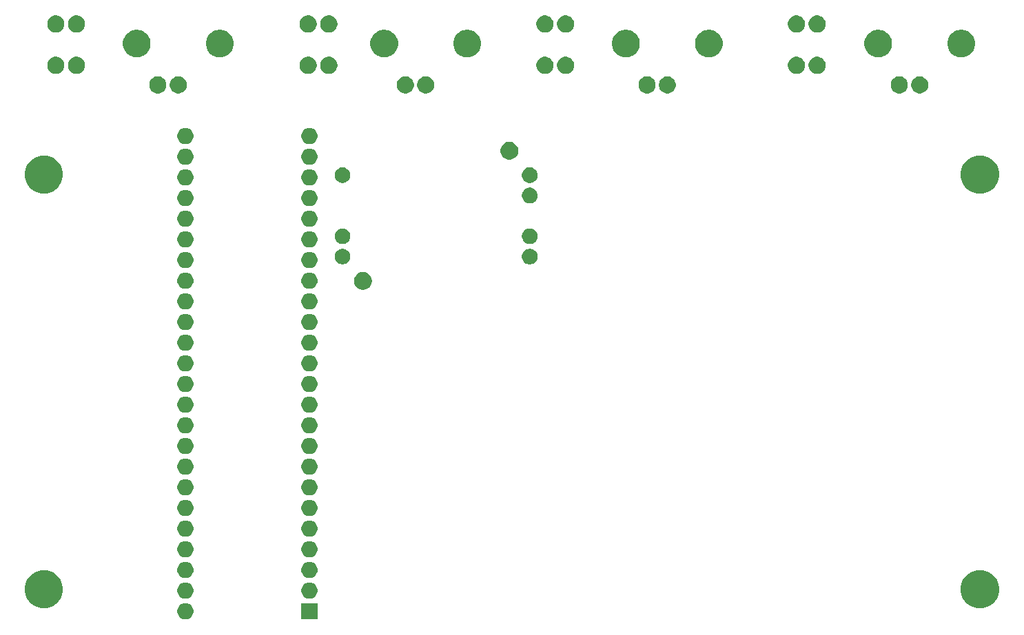
<source format=gbs>
G04 #@! TF.GenerationSoftware,KiCad,Pcbnew,5.0.2-bee76a0~70~ubuntu18.04.1*
G04 #@! TF.CreationDate,2018-12-10T21:57:33+02:00*
G04 #@! TF.ProjectId,microstim,6d696372-6f73-4746-996d-2e6b69636164,rev?*
G04 #@! TF.SameCoordinates,Original*
G04 #@! TF.FileFunction,Soldermask,Bot*
G04 #@! TF.FilePolarity,Negative*
%FSLAX46Y46*%
G04 Gerber Fmt 4.6, Leading zero omitted, Abs format (unit mm)*
G04 Created by KiCad (PCBNEW 5.0.2-bee76a0~70~ubuntu18.04.1) date Mon Dec 10 21:57:33 2018*
%MOMM*%
%LPD*%
G01*
G04 APERTURE LIST*
%ADD10C,0.100000*%
G04 APERTURE END LIST*
D10*
G36*
X126120000Y-136710000D02*
X124120000Y-136710000D01*
X124120000Y-134710000D01*
X126120000Y-134710000D01*
X126120000Y-136710000D01*
X126120000Y-136710000D01*
G37*
G36*
X110055770Y-134725372D02*
X110171689Y-134748429D01*
X110353678Y-134823811D01*
X110517463Y-134933249D01*
X110656751Y-135072537D01*
X110766189Y-135236322D01*
X110841571Y-135418311D01*
X110880000Y-135611509D01*
X110880000Y-135808491D01*
X110841571Y-136001689D01*
X110766189Y-136183678D01*
X110656751Y-136347463D01*
X110517463Y-136486751D01*
X110353678Y-136596189D01*
X110171689Y-136671571D01*
X110055770Y-136694628D01*
X109978493Y-136710000D01*
X109781507Y-136710000D01*
X109704230Y-136694628D01*
X109588311Y-136671571D01*
X109406322Y-136596189D01*
X109242537Y-136486751D01*
X109103249Y-136347463D01*
X108993811Y-136183678D01*
X108918429Y-136001689D01*
X108880000Y-135808491D01*
X108880000Y-135611509D01*
X108918429Y-135418311D01*
X108993811Y-135236322D01*
X109103249Y-135072537D01*
X109242537Y-134933249D01*
X109406322Y-134823811D01*
X109588311Y-134748429D01*
X109704230Y-134725372D01*
X109781507Y-134710000D01*
X109978493Y-134710000D01*
X110055770Y-134725372D01*
X110055770Y-134725372D01*
G37*
G36*
X92844959Y-130672577D02*
X93185470Y-130740309D01*
X93613143Y-130917457D01*
X93998038Y-131174636D01*
X94325364Y-131501962D01*
X94582543Y-131886857D01*
X94759691Y-132314530D01*
X94850000Y-132768545D01*
X94850000Y-133231455D01*
X94759691Y-133685470D01*
X94582543Y-134113143D01*
X94325364Y-134498038D01*
X93998038Y-134825364D01*
X93613143Y-135082543D01*
X93185470Y-135259691D01*
X92844959Y-135327423D01*
X92731456Y-135350000D01*
X92268544Y-135350000D01*
X92155041Y-135327423D01*
X91814530Y-135259691D01*
X91386857Y-135082543D01*
X91001962Y-134825364D01*
X90674636Y-134498038D01*
X90417457Y-134113143D01*
X90240309Y-133685470D01*
X90150000Y-133231455D01*
X90150000Y-132768545D01*
X90240309Y-132314530D01*
X90417457Y-131886857D01*
X90674636Y-131501962D01*
X91001962Y-131174636D01*
X91386857Y-130917457D01*
X91814530Y-130740309D01*
X92155041Y-130672577D01*
X92268544Y-130650000D01*
X92731456Y-130650000D01*
X92844959Y-130672577D01*
X92844959Y-130672577D01*
G37*
G36*
X207844959Y-130672577D02*
X208185470Y-130740309D01*
X208613143Y-130917457D01*
X208998038Y-131174636D01*
X209325364Y-131501962D01*
X209582543Y-131886857D01*
X209759691Y-132314530D01*
X209850000Y-132768545D01*
X209850000Y-133231455D01*
X209759691Y-133685470D01*
X209582543Y-134113143D01*
X209325364Y-134498038D01*
X208998038Y-134825364D01*
X208613143Y-135082543D01*
X208185470Y-135259691D01*
X207844959Y-135327423D01*
X207731456Y-135350000D01*
X207268544Y-135350000D01*
X207155041Y-135327423D01*
X206814530Y-135259691D01*
X206386857Y-135082543D01*
X206001962Y-134825364D01*
X205674636Y-134498038D01*
X205417457Y-134113143D01*
X205240309Y-133685470D01*
X205150000Y-133231455D01*
X205150000Y-132768545D01*
X205240309Y-132314530D01*
X205417457Y-131886857D01*
X205674636Y-131501962D01*
X206001962Y-131174636D01*
X206386857Y-130917457D01*
X206814530Y-130740309D01*
X207155041Y-130672577D01*
X207268544Y-130650000D01*
X207731456Y-130650000D01*
X207844959Y-130672577D01*
X207844959Y-130672577D01*
G37*
G36*
X125295770Y-132185372D02*
X125411689Y-132208429D01*
X125593678Y-132283811D01*
X125757463Y-132393249D01*
X125896751Y-132532537D01*
X126006189Y-132696322D01*
X126081571Y-132878311D01*
X126120000Y-133071509D01*
X126120000Y-133268491D01*
X126081571Y-133461689D01*
X126006189Y-133643678D01*
X125896751Y-133807463D01*
X125757463Y-133946751D01*
X125593678Y-134056189D01*
X125411689Y-134131571D01*
X125295770Y-134154628D01*
X125218493Y-134170000D01*
X125021507Y-134170000D01*
X124944230Y-134154628D01*
X124828311Y-134131571D01*
X124646322Y-134056189D01*
X124482537Y-133946751D01*
X124343249Y-133807463D01*
X124233811Y-133643678D01*
X124158429Y-133461689D01*
X124120000Y-133268491D01*
X124120000Y-133071509D01*
X124158429Y-132878311D01*
X124233811Y-132696322D01*
X124343249Y-132532537D01*
X124482537Y-132393249D01*
X124646322Y-132283811D01*
X124828311Y-132208429D01*
X124944230Y-132185372D01*
X125021507Y-132170000D01*
X125218493Y-132170000D01*
X125295770Y-132185372D01*
X125295770Y-132185372D01*
G37*
G36*
X110055770Y-132185372D02*
X110171689Y-132208429D01*
X110353678Y-132283811D01*
X110517463Y-132393249D01*
X110656751Y-132532537D01*
X110766189Y-132696322D01*
X110841571Y-132878311D01*
X110880000Y-133071509D01*
X110880000Y-133268491D01*
X110841571Y-133461689D01*
X110766189Y-133643678D01*
X110656751Y-133807463D01*
X110517463Y-133946751D01*
X110353678Y-134056189D01*
X110171689Y-134131571D01*
X110055770Y-134154628D01*
X109978493Y-134170000D01*
X109781507Y-134170000D01*
X109704230Y-134154628D01*
X109588311Y-134131571D01*
X109406322Y-134056189D01*
X109242537Y-133946751D01*
X109103249Y-133807463D01*
X108993811Y-133643678D01*
X108918429Y-133461689D01*
X108880000Y-133268491D01*
X108880000Y-133071509D01*
X108918429Y-132878311D01*
X108993811Y-132696322D01*
X109103249Y-132532537D01*
X109242537Y-132393249D01*
X109406322Y-132283811D01*
X109588311Y-132208429D01*
X109704230Y-132185372D01*
X109781507Y-132170000D01*
X109978493Y-132170000D01*
X110055770Y-132185372D01*
X110055770Y-132185372D01*
G37*
G36*
X125295770Y-129645372D02*
X125411689Y-129668429D01*
X125593678Y-129743811D01*
X125757463Y-129853249D01*
X125896751Y-129992537D01*
X126006189Y-130156322D01*
X126081571Y-130338311D01*
X126104628Y-130454230D01*
X126120000Y-130531507D01*
X126120000Y-130728493D01*
X126104628Y-130805770D01*
X126081571Y-130921689D01*
X126006189Y-131103678D01*
X125896751Y-131267463D01*
X125757463Y-131406751D01*
X125593678Y-131516189D01*
X125411689Y-131591571D01*
X125295770Y-131614628D01*
X125218493Y-131630000D01*
X125021507Y-131630000D01*
X124944230Y-131614628D01*
X124828311Y-131591571D01*
X124646322Y-131516189D01*
X124482537Y-131406751D01*
X124343249Y-131267463D01*
X124233811Y-131103678D01*
X124158429Y-130921689D01*
X124135372Y-130805770D01*
X124120000Y-130728493D01*
X124120000Y-130531507D01*
X124135372Y-130454230D01*
X124158429Y-130338311D01*
X124233811Y-130156322D01*
X124343249Y-129992537D01*
X124482537Y-129853249D01*
X124646322Y-129743811D01*
X124828311Y-129668429D01*
X124944230Y-129645372D01*
X125021507Y-129630000D01*
X125218493Y-129630000D01*
X125295770Y-129645372D01*
X125295770Y-129645372D01*
G37*
G36*
X110055770Y-129645372D02*
X110171689Y-129668429D01*
X110353678Y-129743811D01*
X110517463Y-129853249D01*
X110656751Y-129992537D01*
X110766189Y-130156322D01*
X110841571Y-130338311D01*
X110864628Y-130454230D01*
X110880000Y-130531507D01*
X110880000Y-130728493D01*
X110864628Y-130805770D01*
X110841571Y-130921689D01*
X110766189Y-131103678D01*
X110656751Y-131267463D01*
X110517463Y-131406751D01*
X110353678Y-131516189D01*
X110171689Y-131591571D01*
X110055770Y-131614628D01*
X109978493Y-131630000D01*
X109781507Y-131630000D01*
X109704230Y-131614628D01*
X109588311Y-131591571D01*
X109406322Y-131516189D01*
X109242537Y-131406751D01*
X109103249Y-131267463D01*
X108993811Y-131103678D01*
X108918429Y-130921689D01*
X108895372Y-130805770D01*
X108880000Y-130728493D01*
X108880000Y-130531507D01*
X108895372Y-130454230D01*
X108918429Y-130338311D01*
X108993811Y-130156322D01*
X109103249Y-129992537D01*
X109242537Y-129853249D01*
X109406322Y-129743811D01*
X109588311Y-129668429D01*
X109704230Y-129645372D01*
X109781507Y-129630000D01*
X109978493Y-129630000D01*
X110055770Y-129645372D01*
X110055770Y-129645372D01*
G37*
G36*
X125295770Y-127105372D02*
X125411689Y-127128429D01*
X125593678Y-127203811D01*
X125757463Y-127313249D01*
X125896751Y-127452537D01*
X126006189Y-127616322D01*
X126081571Y-127798311D01*
X126120000Y-127991509D01*
X126120000Y-128188491D01*
X126081571Y-128381689D01*
X126006189Y-128563678D01*
X125896751Y-128727463D01*
X125757463Y-128866751D01*
X125593678Y-128976189D01*
X125411689Y-129051571D01*
X125295770Y-129074628D01*
X125218493Y-129090000D01*
X125021507Y-129090000D01*
X124944230Y-129074628D01*
X124828311Y-129051571D01*
X124646322Y-128976189D01*
X124482537Y-128866751D01*
X124343249Y-128727463D01*
X124233811Y-128563678D01*
X124158429Y-128381689D01*
X124120000Y-128188491D01*
X124120000Y-127991509D01*
X124158429Y-127798311D01*
X124233811Y-127616322D01*
X124343249Y-127452537D01*
X124482537Y-127313249D01*
X124646322Y-127203811D01*
X124828311Y-127128429D01*
X124944230Y-127105372D01*
X125021507Y-127090000D01*
X125218493Y-127090000D01*
X125295770Y-127105372D01*
X125295770Y-127105372D01*
G37*
G36*
X110055770Y-127105372D02*
X110171689Y-127128429D01*
X110353678Y-127203811D01*
X110517463Y-127313249D01*
X110656751Y-127452537D01*
X110766189Y-127616322D01*
X110841571Y-127798311D01*
X110880000Y-127991509D01*
X110880000Y-128188491D01*
X110841571Y-128381689D01*
X110766189Y-128563678D01*
X110656751Y-128727463D01*
X110517463Y-128866751D01*
X110353678Y-128976189D01*
X110171689Y-129051571D01*
X110055770Y-129074628D01*
X109978493Y-129090000D01*
X109781507Y-129090000D01*
X109704230Y-129074628D01*
X109588311Y-129051571D01*
X109406322Y-128976189D01*
X109242537Y-128866751D01*
X109103249Y-128727463D01*
X108993811Y-128563678D01*
X108918429Y-128381689D01*
X108880000Y-128188491D01*
X108880000Y-127991509D01*
X108918429Y-127798311D01*
X108993811Y-127616322D01*
X109103249Y-127452537D01*
X109242537Y-127313249D01*
X109406322Y-127203811D01*
X109588311Y-127128429D01*
X109704230Y-127105372D01*
X109781507Y-127090000D01*
X109978493Y-127090000D01*
X110055770Y-127105372D01*
X110055770Y-127105372D01*
G37*
G36*
X110055770Y-124565372D02*
X110171689Y-124588429D01*
X110353678Y-124663811D01*
X110517463Y-124773249D01*
X110656751Y-124912537D01*
X110766189Y-125076322D01*
X110841571Y-125258311D01*
X110880000Y-125451509D01*
X110880000Y-125648491D01*
X110841571Y-125841689D01*
X110766189Y-126023678D01*
X110656751Y-126187463D01*
X110517463Y-126326751D01*
X110353678Y-126436189D01*
X110171689Y-126511571D01*
X110055770Y-126534628D01*
X109978493Y-126550000D01*
X109781507Y-126550000D01*
X109704230Y-126534628D01*
X109588311Y-126511571D01*
X109406322Y-126436189D01*
X109242537Y-126326751D01*
X109103249Y-126187463D01*
X108993811Y-126023678D01*
X108918429Y-125841689D01*
X108880000Y-125648491D01*
X108880000Y-125451509D01*
X108918429Y-125258311D01*
X108993811Y-125076322D01*
X109103249Y-124912537D01*
X109242537Y-124773249D01*
X109406322Y-124663811D01*
X109588311Y-124588429D01*
X109704230Y-124565372D01*
X109781507Y-124550000D01*
X109978493Y-124550000D01*
X110055770Y-124565372D01*
X110055770Y-124565372D01*
G37*
G36*
X125295770Y-124565372D02*
X125411689Y-124588429D01*
X125593678Y-124663811D01*
X125757463Y-124773249D01*
X125896751Y-124912537D01*
X126006189Y-125076322D01*
X126081571Y-125258311D01*
X126120000Y-125451509D01*
X126120000Y-125648491D01*
X126081571Y-125841689D01*
X126006189Y-126023678D01*
X125896751Y-126187463D01*
X125757463Y-126326751D01*
X125593678Y-126436189D01*
X125411689Y-126511571D01*
X125295770Y-126534628D01*
X125218493Y-126550000D01*
X125021507Y-126550000D01*
X124944230Y-126534628D01*
X124828311Y-126511571D01*
X124646322Y-126436189D01*
X124482537Y-126326751D01*
X124343249Y-126187463D01*
X124233811Y-126023678D01*
X124158429Y-125841689D01*
X124120000Y-125648491D01*
X124120000Y-125451509D01*
X124158429Y-125258311D01*
X124233811Y-125076322D01*
X124343249Y-124912537D01*
X124482537Y-124773249D01*
X124646322Y-124663811D01*
X124828311Y-124588429D01*
X124944230Y-124565372D01*
X125021507Y-124550000D01*
X125218493Y-124550000D01*
X125295770Y-124565372D01*
X125295770Y-124565372D01*
G37*
G36*
X125295770Y-122025372D02*
X125411689Y-122048429D01*
X125593678Y-122123811D01*
X125757463Y-122233249D01*
X125896751Y-122372537D01*
X126006189Y-122536322D01*
X126081571Y-122718311D01*
X126120000Y-122911509D01*
X126120000Y-123108491D01*
X126081571Y-123301689D01*
X126006189Y-123483678D01*
X125896751Y-123647463D01*
X125757463Y-123786751D01*
X125593678Y-123896189D01*
X125411689Y-123971571D01*
X125295770Y-123994628D01*
X125218493Y-124010000D01*
X125021507Y-124010000D01*
X124944230Y-123994628D01*
X124828311Y-123971571D01*
X124646322Y-123896189D01*
X124482537Y-123786751D01*
X124343249Y-123647463D01*
X124233811Y-123483678D01*
X124158429Y-123301689D01*
X124120000Y-123108491D01*
X124120000Y-122911509D01*
X124158429Y-122718311D01*
X124233811Y-122536322D01*
X124343249Y-122372537D01*
X124482537Y-122233249D01*
X124646322Y-122123811D01*
X124828311Y-122048429D01*
X124944230Y-122025372D01*
X125021507Y-122010000D01*
X125218493Y-122010000D01*
X125295770Y-122025372D01*
X125295770Y-122025372D01*
G37*
G36*
X110055770Y-122025372D02*
X110171689Y-122048429D01*
X110353678Y-122123811D01*
X110517463Y-122233249D01*
X110656751Y-122372537D01*
X110766189Y-122536322D01*
X110841571Y-122718311D01*
X110880000Y-122911509D01*
X110880000Y-123108491D01*
X110841571Y-123301689D01*
X110766189Y-123483678D01*
X110656751Y-123647463D01*
X110517463Y-123786751D01*
X110353678Y-123896189D01*
X110171689Y-123971571D01*
X110055770Y-123994628D01*
X109978493Y-124010000D01*
X109781507Y-124010000D01*
X109704230Y-123994628D01*
X109588311Y-123971571D01*
X109406322Y-123896189D01*
X109242537Y-123786751D01*
X109103249Y-123647463D01*
X108993811Y-123483678D01*
X108918429Y-123301689D01*
X108880000Y-123108491D01*
X108880000Y-122911509D01*
X108918429Y-122718311D01*
X108993811Y-122536322D01*
X109103249Y-122372537D01*
X109242537Y-122233249D01*
X109406322Y-122123811D01*
X109588311Y-122048429D01*
X109704230Y-122025372D01*
X109781507Y-122010000D01*
X109978493Y-122010000D01*
X110055770Y-122025372D01*
X110055770Y-122025372D01*
G37*
G36*
X110055770Y-119485372D02*
X110171689Y-119508429D01*
X110353678Y-119583811D01*
X110517463Y-119693249D01*
X110656751Y-119832537D01*
X110766189Y-119996322D01*
X110841571Y-120178311D01*
X110880000Y-120371509D01*
X110880000Y-120568491D01*
X110841571Y-120761689D01*
X110766189Y-120943678D01*
X110656751Y-121107463D01*
X110517463Y-121246751D01*
X110353678Y-121356189D01*
X110171689Y-121431571D01*
X110055770Y-121454628D01*
X109978493Y-121470000D01*
X109781507Y-121470000D01*
X109704230Y-121454628D01*
X109588311Y-121431571D01*
X109406322Y-121356189D01*
X109242537Y-121246751D01*
X109103249Y-121107463D01*
X108993811Y-120943678D01*
X108918429Y-120761689D01*
X108880000Y-120568491D01*
X108880000Y-120371509D01*
X108918429Y-120178311D01*
X108993811Y-119996322D01*
X109103249Y-119832537D01*
X109242537Y-119693249D01*
X109406322Y-119583811D01*
X109588311Y-119508429D01*
X109704230Y-119485372D01*
X109781507Y-119470000D01*
X109978493Y-119470000D01*
X110055770Y-119485372D01*
X110055770Y-119485372D01*
G37*
G36*
X125295770Y-119485372D02*
X125411689Y-119508429D01*
X125593678Y-119583811D01*
X125757463Y-119693249D01*
X125896751Y-119832537D01*
X126006189Y-119996322D01*
X126081571Y-120178311D01*
X126120000Y-120371509D01*
X126120000Y-120568491D01*
X126081571Y-120761689D01*
X126006189Y-120943678D01*
X125896751Y-121107463D01*
X125757463Y-121246751D01*
X125593678Y-121356189D01*
X125411689Y-121431571D01*
X125295770Y-121454628D01*
X125218493Y-121470000D01*
X125021507Y-121470000D01*
X124944230Y-121454628D01*
X124828311Y-121431571D01*
X124646322Y-121356189D01*
X124482537Y-121246751D01*
X124343249Y-121107463D01*
X124233811Y-120943678D01*
X124158429Y-120761689D01*
X124120000Y-120568491D01*
X124120000Y-120371509D01*
X124158429Y-120178311D01*
X124233811Y-119996322D01*
X124343249Y-119832537D01*
X124482537Y-119693249D01*
X124646322Y-119583811D01*
X124828311Y-119508429D01*
X124944230Y-119485372D01*
X125021507Y-119470000D01*
X125218493Y-119470000D01*
X125295770Y-119485372D01*
X125295770Y-119485372D01*
G37*
G36*
X125295770Y-116945372D02*
X125411689Y-116968429D01*
X125593678Y-117043811D01*
X125757463Y-117153249D01*
X125896751Y-117292537D01*
X126006189Y-117456322D01*
X126081571Y-117638311D01*
X126120000Y-117831509D01*
X126120000Y-118028491D01*
X126081571Y-118221689D01*
X126006189Y-118403678D01*
X125896751Y-118567463D01*
X125757463Y-118706751D01*
X125593678Y-118816189D01*
X125411689Y-118891571D01*
X125295770Y-118914628D01*
X125218493Y-118930000D01*
X125021507Y-118930000D01*
X124944230Y-118914628D01*
X124828311Y-118891571D01*
X124646322Y-118816189D01*
X124482537Y-118706751D01*
X124343249Y-118567463D01*
X124233811Y-118403678D01*
X124158429Y-118221689D01*
X124120000Y-118028491D01*
X124120000Y-117831509D01*
X124158429Y-117638311D01*
X124233811Y-117456322D01*
X124343249Y-117292537D01*
X124482537Y-117153249D01*
X124646322Y-117043811D01*
X124828311Y-116968429D01*
X124944230Y-116945372D01*
X125021507Y-116930000D01*
X125218493Y-116930000D01*
X125295770Y-116945372D01*
X125295770Y-116945372D01*
G37*
G36*
X110055770Y-116945372D02*
X110171689Y-116968429D01*
X110353678Y-117043811D01*
X110517463Y-117153249D01*
X110656751Y-117292537D01*
X110766189Y-117456322D01*
X110841571Y-117638311D01*
X110880000Y-117831509D01*
X110880000Y-118028491D01*
X110841571Y-118221689D01*
X110766189Y-118403678D01*
X110656751Y-118567463D01*
X110517463Y-118706751D01*
X110353678Y-118816189D01*
X110171689Y-118891571D01*
X110055770Y-118914628D01*
X109978493Y-118930000D01*
X109781507Y-118930000D01*
X109704230Y-118914628D01*
X109588311Y-118891571D01*
X109406322Y-118816189D01*
X109242537Y-118706751D01*
X109103249Y-118567463D01*
X108993811Y-118403678D01*
X108918429Y-118221689D01*
X108880000Y-118028491D01*
X108880000Y-117831509D01*
X108918429Y-117638311D01*
X108993811Y-117456322D01*
X109103249Y-117292537D01*
X109242537Y-117153249D01*
X109406322Y-117043811D01*
X109588311Y-116968429D01*
X109704230Y-116945372D01*
X109781507Y-116930000D01*
X109978493Y-116930000D01*
X110055770Y-116945372D01*
X110055770Y-116945372D01*
G37*
G36*
X125295770Y-114405372D02*
X125411689Y-114428429D01*
X125593678Y-114503811D01*
X125757463Y-114613249D01*
X125896751Y-114752537D01*
X126006189Y-114916322D01*
X126081571Y-115098311D01*
X126120000Y-115291509D01*
X126120000Y-115488491D01*
X126081571Y-115681689D01*
X126006189Y-115863678D01*
X125896751Y-116027463D01*
X125757463Y-116166751D01*
X125593678Y-116276189D01*
X125411689Y-116351571D01*
X125295770Y-116374628D01*
X125218493Y-116390000D01*
X125021507Y-116390000D01*
X124944230Y-116374628D01*
X124828311Y-116351571D01*
X124646322Y-116276189D01*
X124482537Y-116166751D01*
X124343249Y-116027463D01*
X124233811Y-115863678D01*
X124158429Y-115681689D01*
X124120000Y-115488491D01*
X124120000Y-115291509D01*
X124158429Y-115098311D01*
X124233811Y-114916322D01*
X124343249Y-114752537D01*
X124482537Y-114613249D01*
X124646322Y-114503811D01*
X124828311Y-114428429D01*
X124944230Y-114405372D01*
X125021507Y-114390000D01*
X125218493Y-114390000D01*
X125295770Y-114405372D01*
X125295770Y-114405372D01*
G37*
G36*
X110055770Y-114405372D02*
X110171689Y-114428429D01*
X110353678Y-114503811D01*
X110517463Y-114613249D01*
X110656751Y-114752537D01*
X110766189Y-114916322D01*
X110841571Y-115098311D01*
X110880000Y-115291509D01*
X110880000Y-115488491D01*
X110841571Y-115681689D01*
X110766189Y-115863678D01*
X110656751Y-116027463D01*
X110517463Y-116166751D01*
X110353678Y-116276189D01*
X110171689Y-116351571D01*
X110055770Y-116374628D01*
X109978493Y-116390000D01*
X109781507Y-116390000D01*
X109704230Y-116374628D01*
X109588311Y-116351571D01*
X109406322Y-116276189D01*
X109242537Y-116166751D01*
X109103249Y-116027463D01*
X108993811Y-115863678D01*
X108918429Y-115681689D01*
X108880000Y-115488491D01*
X108880000Y-115291509D01*
X108918429Y-115098311D01*
X108993811Y-114916322D01*
X109103249Y-114752537D01*
X109242537Y-114613249D01*
X109406322Y-114503811D01*
X109588311Y-114428429D01*
X109704230Y-114405372D01*
X109781507Y-114390000D01*
X109978493Y-114390000D01*
X110055770Y-114405372D01*
X110055770Y-114405372D01*
G37*
G36*
X125295770Y-111865372D02*
X125411689Y-111888429D01*
X125593678Y-111963811D01*
X125757463Y-112073249D01*
X125896751Y-112212537D01*
X126006189Y-112376322D01*
X126081571Y-112558311D01*
X126120000Y-112751509D01*
X126120000Y-112948491D01*
X126081571Y-113141689D01*
X126006189Y-113323678D01*
X125896751Y-113487463D01*
X125757463Y-113626751D01*
X125593678Y-113736189D01*
X125411689Y-113811571D01*
X125295770Y-113834628D01*
X125218493Y-113850000D01*
X125021507Y-113850000D01*
X124944230Y-113834628D01*
X124828311Y-113811571D01*
X124646322Y-113736189D01*
X124482537Y-113626751D01*
X124343249Y-113487463D01*
X124233811Y-113323678D01*
X124158429Y-113141689D01*
X124120000Y-112948491D01*
X124120000Y-112751509D01*
X124158429Y-112558311D01*
X124233811Y-112376322D01*
X124343249Y-112212537D01*
X124482537Y-112073249D01*
X124646322Y-111963811D01*
X124828311Y-111888429D01*
X124944230Y-111865372D01*
X125021507Y-111850000D01*
X125218493Y-111850000D01*
X125295770Y-111865372D01*
X125295770Y-111865372D01*
G37*
G36*
X110055770Y-111865372D02*
X110171689Y-111888429D01*
X110353678Y-111963811D01*
X110517463Y-112073249D01*
X110656751Y-112212537D01*
X110766189Y-112376322D01*
X110841571Y-112558311D01*
X110880000Y-112751509D01*
X110880000Y-112948491D01*
X110841571Y-113141689D01*
X110766189Y-113323678D01*
X110656751Y-113487463D01*
X110517463Y-113626751D01*
X110353678Y-113736189D01*
X110171689Y-113811571D01*
X110055770Y-113834628D01*
X109978493Y-113850000D01*
X109781507Y-113850000D01*
X109704230Y-113834628D01*
X109588311Y-113811571D01*
X109406322Y-113736189D01*
X109242537Y-113626751D01*
X109103249Y-113487463D01*
X108993811Y-113323678D01*
X108918429Y-113141689D01*
X108880000Y-112948491D01*
X108880000Y-112751509D01*
X108918429Y-112558311D01*
X108993811Y-112376322D01*
X109103249Y-112212537D01*
X109242537Y-112073249D01*
X109406322Y-111963811D01*
X109588311Y-111888429D01*
X109704230Y-111865372D01*
X109781507Y-111850000D01*
X109978493Y-111850000D01*
X110055770Y-111865372D01*
X110055770Y-111865372D01*
G37*
G36*
X125295770Y-109325372D02*
X125411689Y-109348429D01*
X125593678Y-109423811D01*
X125757463Y-109533249D01*
X125896751Y-109672537D01*
X126006189Y-109836322D01*
X126081571Y-110018311D01*
X126120000Y-110211509D01*
X126120000Y-110408491D01*
X126081571Y-110601689D01*
X126006189Y-110783678D01*
X125896751Y-110947463D01*
X125757463Y-111086751D01*
X125593678Y-111196189D01*
X125411689Y-111271571D01*
X125295770Y-111294628D01*
X125218493Y-111310000D01*
X125021507Y-111310000D01*
X124944230Y-111294628D01*
X124828311Y-111271571D01*
X124646322Y-111196189D01*
X124482537Y-111086751D01*
X124343249Y-110947463D01*
X124233811Y-110783678D01*
X124158429Y-110601689D01*
X124120000Y-110408491D01*
X124120000Y-110211509D01*
X124158429Y-110018311D01*
X124233811Y-109836322D01*
X124343249Y-109672537D01*
X124482537Y-109533249D01*
X124646322Y-109423811D01*
X124828311Y-109348429D01*
X124944230Y-109325372D01*
X125021507Y-109310000D01*
X125218493Y-109310000D01*
X125295770Y-109325372D01*
X125295770Y-109325372D01*
G37*
G36*
X110055770Y-109325372D02*
X110171689Y-109348429D01*
X110353678Y-109423811D01*
X110517463Y-109533249D01*
X110656751Y-109672537D01*
X110766189Y-109836322D01*
X110841571Y-110018311D01*
X110880000Y-110211509D01*
X110880000Y-110408491D01*
X110841571Y-110601689D01*
X110766189Y-110783678D01*
X110656751Y-110947463D01*
X110517463Y-111086751D01*
X110353678Y-111196189D01*
X110171689Y-111271571D01*
X110055770Y-111294628D01*
X109978493Y-111310000D01*
X109781507Y-111310000D01*
X109704230Y-111294628D01*
X109588311Y-111271571D01*
X109406322Y-111196189D01*
X109242537Y-111086751D01*
X109103249Y-110947463D01*
X108993811Y-110783678D01*
X108918429Y-110601689D01*
X108880000Y-110408491D01*
X108880000Y-110211509D01*
X108918429Y-110018311D01*
X108993811Y-109836322D01*
X109103249Y-109672537D01*
X109242537Y-109533249D01*
X109406322Y-109423811D01*
X109588311Y-109348429D01*
X109704230Y-109325372D01*
X109781507Y-109310000D01*
X109978493Y-109310000D01*
X110055770Y-109325372D01*
X110055770Y-109325372D01*
G37*
G36*
X125295770Y-106785372D02*
X125411689Y-106808429D01*
X125593678Y-106883811D01*
X125757463Y-106993249D01*
X125896751Y-107132537D01*
X126006189Y-107296322D01*
X126081571Y-107478311D01*
X126120000Y-107671509D01*
X126120000Y-107868491D01*
X126081571Y-108061689D01*
X126006189Y-108243678D01*
X125896751Y-108407463D01*
X125757463Y-108546751D01*
X125593678Y-108656189D01*
X125411689Y-108731571D01*
X125295770Y-108754628D01*
X125218493Y-108770000D01*
X125021507Y-108770000D01*
X124944230Y-108754628D01*
X124828311Y-108731571D01*
X124646322Y-108656189D01*
X124482537Y-108546751D01*
X124343249Y-108407463D01*
X124233811Y-108243678D01*
X124158429Y-108061689D01*
X124120000Y-107868491D01*
X124120000Y-107671509D01*
X124158429Y-107478311D01*
X124233811Y-107296322D01*
X124343249Y-107132537D01*
X124482537Y-106993249D01*
X124646322Y-106883811D01*
X124828311Y-106808429D01*
X124944230Y-106785372D01*
X125021507Y-106770000D01*
X125218493Y-106770000D01*
X125295770Y-106785372D01*
X125295770Y-106785372D01*
G37*
G36*
X110055770Y-106785372D02*
X110171689Y-106808429D01*
X110353678Y-106883811D01*
X110517463Y-106993249D01*
X110656751Y-107132537D01*
X110766189Y-107296322D01*
X110841571Y-107478311D01*
X110880000Y-107671509D01*
X110880000Y-107868491D01*
X110841571Y-108061689D01*
X110766189Y-108243678D01*
X110656751Y-108407463D01*
X110517463Y-108546751D01*
X110353678Y-108656189D01*
X110171689Y-108731571D01*
X110055770Y-108754628D01*
X109978493Y-108770000D01*
X109781507Y-108770000D01*
X109704230Y-108754628D01*
X109588311Y-108731571D01*
X109406322Y-108656189D01*
X109242537Y-108546751D01*
X109103249Y-108407463D01*
X108993811Y-108243678D01*
X108918429Y-108061689D01*
X108880000Y-107868491D01*
X108880000Y-107671509D01*
X108918429Y-107478311D01*
X108993811Y-107296322D01*
X109103249Y-107132537D01*
X109242537Y-106993249D01*
X109406322Y-106883811D01*
X109588311Y-106808429D01*
X109704230Y-106785372D01*
X109781507Y-106770000D01*
X109978493Y-106770000D01*
X110055770Y-106785372D01*
X110055770Y-106785372D01*
G37*
G36*
X110055770Y-104245372D02*
X110171689Y-104268429D01*
X110353678Y-104343811D01*
X110517463Y-104453249D01*
X110656751Y-104592537D01*
X110766189Y-104756322D01*
X110841571Y-104938311D01*
X110880000Y-105131509D01*
X110880000Y-105328491D01*
X110841571Y-105521689D01*
X110766189Y-105703678D01*
X110656751Y-105867463D01*
X110517463Y-106006751D01*
X110353678Y-106116189D01*
X110171689Y-106191571D01*
X110055770Y-106214628D01*
X109978493Y-106230000D01*
X109781507Y-106230000D01*
X109704230Y-106214628D01*
X109588311Y-106191571D01*
X109406322Y-106116189D01*
X109242537Y-106006751D01*
X109103249Y-105867463D01*
X108993811Y-105703678D01*
X108918429Y-105521689D01*
X108880000Y-105328491D01*
X108880000Y-105131509D01*
X108918429Y-104938311D01*
X108993811Y-104756322D01*
X109103249Y-104592537D01*
X109242537Y-104453249D01*
X109406322Y-104343811D01*
X109588311Y-104268429D01*
X109704230Y-104245372D01*
X109781507Y-104230000D01*
X109978493Y-104230000D01*
X110055770Y-104245372D01*
X110055770Y-104245372D01*
G37*
G36*
X125295770Y-104245372D02*
X125411689Y-104268429D01*
X125593678Y-104343811D01*
X125757463Y-104453249D01*
X125896751Y-104592537D01*
X126006189Y-104756322D01*
X126081571Y-104938311D01*
X126120000Y-105131509D01*
X126120000Y-105328491D01*
X126081571Y-105521689D01*
X126006189Y-105703678D01*
X125896751Y-105867463D01*
X125757463Y-106006751D01*
X125593678Y-106116189D01*
X125411689Y-106191571D01*
X125295770Y-106214628D01*
X125218493Y-106230000D01*
X125021507Y-106230000D01*
X124944230Y-106214628D01*
X124828311Y-106191571D01*
X124646322Y-106116189D01*
X124482537Y-106006751D01*
X124343249Y-105867463D01*
X124233811Y-105703678D01*
X124158429Y-105521689D01*
X124120000Y-105328491D01*
X124120000Y-105131509D01*
X124158429Y-104938311D01*
X124233811Y-104756322D01*
X124343249Y-104592537D01*
X124482537Y-104453249D01*
X124646322Y-104343811D01*
X124828311Y-104268429D01*
X124944230Y-104245372D01*
X125021507Y-104230000D01*
X125218493Y-104230000D01*
X125295770Y-104245372D01*
X125295770Y-104245372D01*
G37*
G36*
X125295770Y-101705372D02*
X125411689Y-101728429D01*
X125593678Y-101803811D01*
X125757463Y-101913249D01*
X125896751Y-102052537D01*
X126006189Y-102216322D01*
X126081571Y-102398311D01*
X126120000Y-102591509D01*
X126120000Y-102788491D01*
X126081571Y-102981689D01*
X126006189Y-103163678D01*
X125896751Y-103327463D01*
X125757463Y-103466751D01*
X125593678Y-103576189D01*
X125411689Y-103651571D01*
X125295770Y-103674628D01*
X125218493Y-103690000D01*
X125021507Y-103690000D01*
X124944230Y-103674628D01*
X124828311Y-103651571D01*
X124646322Y-103576189D01*
X124482537Y-103466751D01*
X124343249Y-103327463D01*
X124233811Y-103163678D01*
X124158429Y-102981689D01*
X124120000Y-102788491D01*
X124120000Y-102591509D01*
X124158429Y-102398311D01*
X124233811Y-102216322D01*
X124343249Y-102052537D01*
X124482537Y-101913249D01*
X124646322Y-101803811D01*
X124828311Y-101728429D01*
X124944230Y-101705372D01*
X125021507Y-101690000D01*
X125218493Y-101690000D01*
X125295770Y-101705372D01*
X125295770Y-101705372D01*
G37*
G36*
X110055770Y-101705372D02*
X110171689Y-101728429D01*
X110353678Y-101803811D01*
X110517463Y-101913249D01*
X110656751Y-102052537D01*
X110766189Y-102216322D01*
X110841571Y-102398311D01*
X110880000Y-102591509D01*
X110880000Y-102788491D01*
X110841571Y-102981689D01*
X110766189Y-103163678D01*
X110656751Y-103327463D01*
X110517463Y-103466751D01*
X110353678Y-103576189D01*
X110171689Y-103651571D01*
X110055770Y-103674628D01*
X109978493Y-103690000D01*
X109781507Y-103690000D01*
X109704230Y-103674628D01*
X109588311Y-103651571D01*
X109406322Y-103576189D01*
X109242537Y-103466751D01*
X109103249Y-103327463D01*
X108993811Y-103163678D01*
X108918429Y-102981689D01*
X108880000Y-102788491D01*
X108880000Y-102591509D01*
X108918429Y-102398311D01*
X108993811Y-102216322D01*
X109103249Y-102052537D01*
X109242537Y-101913249D01*
X109406322Y-101803811D01*
X109588311Y-101728429D01*
X109704230Y-101705372D01*
X109781507Y-101690000D01*
X109978493Y-101690000D01*
X110055770Y-101705372D01*
X110055770Y-101705372D01*
G37*
G36*
X110055770Y-99165372D02*
X110171689Y-99188429D01*
X110353678Y-99263811D01*
X110517463Y-99373249D01*
X110656751Y-99512537D01*
X110766189Y-99676322D01*
X110841571Y-99858311D01*
X110880000Y-100051509D01*
X110880000Y-100248491D01*
X110841571Y-100441689D01*
X110766189Y-100623678D01*
X110656751Y-100787463D01*
X110517463Y-100926751D01*
X110353678Y-101036189D01*
X110171689Y-101111571D01*
X110055770Y-101134628D01*
X109978493Y-101150000D01*
X109781507Y-101150000D01*
X109704230Y-101134628D01*
X109588311Y-101111571D01*
X109406322Y-101036189D01*
X109242537Y-100926751D01*
X109103249Y-100787463D01*
X108993811Y-100623678D01*
X108918429Y-100441689D01*
X108880000Y-100248491D01*
X108880000Y-100051509D01*
X108918429Y-99858311D01*
X108993811Y-99676322D01*
X109103249Y-99512537D01*
X109242537Y-99373249D01*
X109406322Y-99263811D01*
X109588311Y-99188429D01*
X109704230Y-99165372D01*
X109781507Y-99150000D01*
X109978493Y-99150000D01*
X110055770Y-99165372D01*
X110055770Y-99165372D01*
G37*
G36*
X125295770Y-99165372D02*
X125411689Y-99188429D01*
X125593678Y-99263811D01*
X125757463Y-99373249D01*
X125896751Y-99512537D01*
X126006189Y-99676322D01*
X126081571Y-99858311D01*
X126120000Y-100051509D01*
X126120000Y-100248491D01*
X126081571Y-100441689D01*
X126006189Y-100623678D01*
X125896751Y-100787463D01*
X125757463Y-100926751D01*
X125593678Y-101036189D01*
X125411689Y-101111571D01*
X125295770Y-101134628D01*
X125218493Y-101150000D01*
X125021507Y-101150000D01*
X124944230Y-101134628D01*
X124828311Y-101111571D01*
X124646322Y-101036189D01*
X124482537Y-100926751D01*
X124343249Y-100787463D01*
X124233811Y-100623678D01*
X124158429Y-100441689D01*
X124120000Y-100248491D01*
X124120000Y-100051509D01*
X124158429Y-99858311D01*
X124233811Y-99676322D01*
X124343249Y-99512537D01*
X124482537Y-99373249D01*
X124646322Y-99263811D01*
X124828311Y-99188429D01*
X124944230Y-99165372D01*
X125021507Y-99150000D01*
X125218493Y-99150000D01*
X125295770Y-99165372D01*
X125295770Y-99165372D01*
G37*
G36*
X110055770Y-96625372D02*
X110171689Y-96648429D01*
X110353678Y-96723811D01*
X110517463Y-96833249D01*
X110656751Y-96972537D01*
X110766189Y-97136322D01*
X110841571Y-97318311D01*
X110880000Y-97511509D01*
X110880000Y-97708491D01*
X110841571Y-97901689D01*
X110766189Y-98083678D01*
X110656751Y-98247463D01*
X110517463Y-98386751D01*
X110353678Y-98496189D01*
X110171689Y-98571571D01*
X110055770Y-98594628D01*
X109978493Y-98610000D01*
X109781507Y-98610000D01*
X109704230Y-98594628D01*
X109588311Y-98571571D01*
X109406322Y-98496189D01*
X109242537Y-98386751D01*
X109103249Y-98247463D01*
X108993811Y-98083678D01*
X108918429Y-97901689D01*
X108880000Y-97708491D01*
X108880000Y-97511509D01*
X108918429Y-97318311D01*
X108993811Y-97136322D01*
X109103249Y-96972537D01*
X109242537Y-96833249D01*
X109406322Y-96723811D01*
X109588311Y-96648429D01*
X109704230Y-96625372D01*
X109781507Y-96610000D01*
X109978493Y-96610000D01*
X110055770Y-96625372D01*
X110055770Y-96625372D01*
G37*
G36*
X125295770Y-96625372D02*
X125411689Y-96648429D01*
X125593678Y-96723811D01*
X125757463Y-96833249D01*
X125896751Y-96972537D01*
X126006189Y-97136322D01*
X126081571Y-97318311D01*
X126120000Y-97511509D01*
X126120000Y-97708491D01*
X126081571Y-97901689D01*
X126006189Y-98083678D01*
X125896751Y-98247463D01*
X125757463Y-98386751D01*
X125593678Y-98496189D01*
X125411689Y-98571571D01*
X125295770Y-98594628D01*
X125218493Y-98610000D01*
X125021507Y-98610000D01*
X124944230Y-98594628D01*
X124828311Y-98571571D01*
X124646322Y-98496189D01*
X124482537Y-98386751D01*
X124343249Y-98247463D01*
X124233811Y-98083678D01*
X124158429Y-97901689D01*
X124120000Y-97708491D01*
X124120000Y-97511509D01*
X124158429Y-97318311D01*
X124233811Y-97136322D01*
X124343249Y-96972537D01*
X124482537Y-96833249D01*
X124646322Y-96723811D01*
X124828311Y-96648429D01*
X124944230Y-96625372D01*
X125021507Y-96610000D01*
X125218493Y-96610000D01*
X125295770Y-96625372D01*
X125295770Y-96625372D01*
G37*
G36*
X132010857Y-94032272D02*
X132211042Y-94115191D01*
X132391213Y-94235578D01*
X132544422Y-94388787D01*
X132664809Y-94568958D01*
X132747728Y-94769143D01*
X132790000Y-94981658D01*
X132790000Y-95198342D01*
X132747728Y-95410857D01*
X132664809Y-95611042D01*
X132544422Y-95791213D01*
X132391213Y-95944422D01*
X132211042Y-96064809D01*
X132010857Y-96147728D01*
X131798342Y-96190000D01*
X131581658Y-96190000D01*
X131369143Y-96147728D01*
X131168958Y-96064809D01*
X130988787Y-95944422D01*
X130835578Y-95791213D01*
X130715191Y-95611042D01*
X130632272Y-95410857D01*
X130590000Y-95198342D01*
X130590000Y-94981658D01*
X130632272Y-94769143D01*
X130715191Y-94568958D01*
X130835578Y-94388787D01*
X130988787Y-94235578D01*
X131168958Y-94115191D01*
X131369143Y-94032272D01*
X131581658Y-93990000D01*
X131798342Y-93990000D01*
X132010857Y-94032272D01*
X132010857Y-94032272D01*
G37*
G36*
X110055770Y-94085372D02*
X110171689Y-94108429D01*
X110353678Y-94183811D01*
X110517463Y-94293249D01*
X110656751Y-94432537D01*
X110766189Y-94596322D01*
X110841571Y-94778311D01*
X110864628Y-94894230D01*
X110880000Y-94971507D01*
X110880000Y-95168493D01*
X110864628Y-95245770D01*
X110841571Y-95361689D01*
X110766189Y-95543678D01*
X110656751Y-95707463D01*
X110517463Y-95846751D01*
X110353678Y-95956189D01*
X110171689Y-96031571D01*
X110055770Y-96054628D01*
X109978493Y-96070000D01*
X109781507Y-96070000D01*
X109704230Y-96054628D01*
X109588311Y-96031571D01*
X109406322Y-95956189D01*
X109242537Y-95846751D01*
X109103249Y-95707463D01*
X108993811Y-95543678D01*
X108918429Y-95361689D01*
X108895372Y-95245770D01*
X108880000Y-95168493D01*
X108880000Y-94971507D01*
X108895372Y-94894230D01*
X108918429Y-94778311D01*
X108993811Y-94596322D01*
X109103249Y-94432537D01*
X109242537Y-94293249D01*
X109406322Y-94183811D01*
X109588311Y-94108429D01*
X109704230Y-94085372D01*
X109781507Y-94070000D01*
X109978493Y-94070000D01*
X110055770Y-94085372D01*
X110055770Y-94085372D01*
G37*
G36*
X125295770Y-94085372D02*
X125411689Y-94108429D01*
X125593678Y-94183811D01*
X125757463Y-94293249D01*
X125896751Y-94432537D01*
X126006189Y-94596322D01*
X126081571Y-94778311D01*
X126104628Y-94894230D01*
X126120000Y-94971507D01*
X126120000Y-95168493D01*
X126104628Y-95245770D01*
X126081571Y-95361689D01*
X126006189Y-95543678D01*
X125896751Y-95707463D01*
X125757463Y-95846751D01*
X125593678Y-95956189D01*
X125411689Y-96031571D01*
X125295770Y-96054628D01*
X125218493Y-96070000D01*
X125021507Y-96070000D01*
X124944230Y-96054628D01*
X124828311Y-96031571D01*
X124646322Y-95956189D01*
X124482537Y-95846751D01*
X124343249Y-95707463D01*
X124233811Y-95543678D01*
X124158429Y-95361689D01*
X124135372Y-95245770D01*
X124120000Y-95168493D01*
X124120000Y-94971507D01*
X124135372Y-94894230D01*
X124158429Y-94778311D01*
X124233811Y-94596322D01*
X124343249Y-94432537D01*
X124482537Y-94293249D01*
X124646322Y-94183811D01*
X124828311Y-94108429D01*
X124944230Y-94085372D01*
X125021507Y-94070000D01*
X125218493Y-94070000D01*
X125295770Y-94085372D01*
X125295770Y-94085372D01*
G37*
G36*
X125295770Y-91545372D02*
X125411689Y-91568429D01*
X125593678Y-91643811D01*
X125757463Y-91753249D01*
X125896751Y-91892537D01*
X126006189Y-92056322D01*
X126081571Y-92238311D01*
X126120000Y-92431509D01*
X126120000Y-92628491D01*
X126081571Y-92821689D01*
X126006189Y-93003678D01*
X125896751Y-93167463D01*
X125757463Y-93306751D01*
X125593678Y-93416189D01*
X125411689Y-93491571D01*
X125295770Y-93514628D01*
X125218493Y-93530000D01*
X125021507Y-93530000D01*
X124944230Y-93514628D01*
X124828311Y-93491571D01*
X124646322Y-93416189D01*
X124482537Y-93306751D01*
X124343249Y-93167463D01*
X124233811Y-93003678D01*
X124158429Y-92821689D01*
X124120000Y-92628491D01*
X124120000Y-92431509D01*
X124158429Y-92238311D01*
X124233811Y-92056322D01*
X124343249Y-91892537D01*
X124482537Y-91753249D01*
X124646322Y-91643811D01*
X124828311Y-91568429D01*
X124944230Y-91545372D01*
X125021507Y-91530000D01*
X125218493Y-91530000D01*
X125295770Y-91545372D01*
X125295770Y-91545372D01*
G37*
G36*
X110055770Y-91545372D02*
X110171689Y-91568429D01*
X110353678Y-91643811D01*
X110517463Y-91753249D01*
X110656751Y-91892537D01*
X110766189Y-92056322D01*
X110841571Y-92238311D01*
X110880000Y-92431509D01*
X110880000Y-92628491D01*
X110841571Y-92821689D01*
X110766189Y-93003678D01*
X110656751Y-93167463D01*
X110517463Y-93306751D01*
X110353678Y-93416189D01*
X110171689Y-93491571D01*
X110055770Y-93514628D01*
X109978493Y-93530000D01*
X109781507Y-93530000D01*
X109704230Y-93514628D01*
X109588311Y-93491571D01*
X109406322Y-93416189D01*
X109242537Y-93306751D01*
X109103249Y-93167463D01*
X108993811Y-93003678D01*
X108918429Y-92821689D01*
X108880000Y-92628491D01*
X108880000Y-92431509D01*
X108918429Y-92238311D01*
X108993811Y-92056322D01*
X109103249Y-91892537D01*
X109242537Y-91753249D01*
X109406322Y-91643811D01*
X109588311Y-91568429D01*
X109704230Y-91545372D01*
X109781507Y-91530000D01*
X109978493Y-91530000D01*
X110055770Y-91545372D01*
X110055770Y-91545372D01*
G37*
G36*
X152470603Y-91164968D02*
X152470606Y-91164969D01*
X152470605Y-91164969D01*
X152645678Y-91237486D01*
X152645679Y-91237487D01*
X152803241Y-91342767D01*
X152937233Y-91476759D01*
X152937234Y-91476761D01*
X153042514Y-91634322D01*
X153046444Y-91643811D01*
X153115032Y-91809397D01*
X153152000Y-91995250D01*
X153152000Y-92184750D01*
X153115032Y-92370603D01*
X153115031Y-92370605D01*
X153042514Y-92545678D01*
X153042513Y-92545679D01*
X152937233Y-92703241D01*
X152803241Y-92837233D01*
X152723923Y-92890232D01*
X152645678Y-92942514D01*
X152510266Y-92998603D01*
X152470603Y-93015032D01*
X152284750Y-93052000D01*
X152095250Y-93052000D01*
X151909397Y-93015032D01*
X151869734Y-92998603D01*
X151734322Y-92942514D01*
X151656077Y-92890232D01*
X151576759Y-92837233D01*
X151442767Y-92703241D01*
X151337487Y-92545679D01*
X151337486Y-92545678D01*
X151264969Y-92370605D01*
X151264968Y-92370603D01*
X151228000Y-92184750D01*
X151228000Y-91995250D01*
X151264968Y-91809397D01*
X151333556Y-91643811D01*
X151337486Y-91634322D01*
X151442766Y-91476761D01*
X151442767Y-91476759D01*
X151576759Y-91342767D01*
X151734321Y-91237487D01*
X151734322Y-91237486D01*
X151909395Y-91164969D01*
X151909394Y-91164969D01*
X151909397Y-91164968D01*
X152095250Y-91128000D01*
X152284750Y-91128000D01*
X152470603Y-91164968D01*
X152470603Y-91164968D01*
G37*
G36*
X129470603Y-91164968D02*
X129470606Y-91164969D01*
X129470605Y-91164969D01*
X129645678Y-91237486D01*
X129645679Y-91237487D01*
X129803241Y-91342767D01*
X129937233Y-91476759D01*
X129937234Y-91476761D01*
X130042514Y-91634322D01*
X130046444Y-91643811D01*
X130115032Y-91809397D01*
X130152000Y-91995250D01*
X130152000Y-92184750D01*
X130115032Y-92370603D01*
X130115031Y-92370605D01*
X130042514Y-92545678D01*
X130042513Y-92545679D01*
X129937233Y-92703241D01*
X129803241Y-92837233D01*
X129723923Y-92890232D01*
X129645678Y-92942514D01*
X129510266Y-92998603D01*
X129470603Y-93015032D01*
X129284750Y-93052000D01*
X129095250Y-93052000D01*
X128909397Y-93015032D01*
X128869734Y-92998603D01*
X128734322Y-92942514D01*
X128656077Y-92890232D01*
X128576759Y-92837233D01*
X128442767Y-92703241D01*
X128337487Y-92545679D01*
X128337486Y-92545678D01*
X128264969Y-92370605D01*
X128264968Y-92370603D01*
X128228000Y-92184750D01*
X128228000Y-91995250D01*
X128264968Y-91809397D01*
X128333556Y-91643811D01*
X128337486Y-91634322D01*
X128442766Y-91476761D01*
X128442767Y-91476759D01*
X128576759Y-91342767D01*
X128734321Y-91237487D01*
X128734322Y-91237486D01*
X128909395Y-91164969D01*
X128909394Y-91164969D01*
X128909397Y-91164968D01*
X129095250Y-91128000D01*
X129284750Y-91128000D01*
X129470603Y-91164968D01*
X129470603Y-91164968D01*
G37*
G36*
X110055770Y-89005372D02*
X110171689Y-89028429D01*
X110353678Y-89103811D01*
X110517463Y-89213249D01*
X110656751Y-89352537D01*
X110766189Y-89516322D01*
X110841571Y-89698311D01*
X110880000Y-89891509D01*
X110880000Y-90088491D01*
X110841571Y-90281689D01*
X110766189Y-90463678D01*
X110656751Y-90627463D01*
X110517463Y-90766751D01*
X110353678Y-90876189D01*
X110171689Y-90951571D01*
X110055770Y-90974628D01*
X109978493Y-90990000D01*
X109781507Y-90990000D01*
X109704230Y-90974628D01*
X109588311Y-90951571D01*
X109406322Y-90876189D01*
X109242537Y-90766751D01*
X109103249Y-90627463D01*
X108993811Y-90463678D01*
X108918429Y-90281689D01*
X108880000Y-90088491D01*
X108880000Y-89891509D01*
X108918429Y-89698311D01*
X108993811Y-89516322D01*
X109103249Y-89352537D01*
X109242537Y-89213249D01*
X109406322Y-89103811D01*
X109588311Y-89028429D01*
X109704230Y-89005372D01*
X109781507Y-88990000D01*
X109978493Y-88990000D01*
X110055770Y-89005372D01*
X110055770Y-89005372D01*
G37*
G36*
X125295770Y-89005372D02*
X125411689Y-89028429D01*
X125593678Y-89103811D01*
X125757463Y-89213249D01*
X125896751Y-89352537D01*
X126006189Y-89516322D01*
X126081571Y-89698311D01*
X126120000Y-89891509D01*
X126120000Y-90088491D01*
X126081571Y-90281689D01*
X126006189Y-90463678D01*
X125896751Y-90627463D01*
X125757463Y-90766751D01*
X125593678Y-90876189D01*
X125411689Y-90951571D01*
X125295770Y-90974628D01*
X125218493Y-90990000D01*
X125021507Y-90990000D01*
X124944230Y-90974628D01*
X124828311Y-90951571D01*
X124646322Y-90876189D01*
X124482537Y-90766751D01*
X124343249Y-90627463D01*
X124233811Y-90463678D01*
X124158429Y-90281689D01*
X124120000Y-90088491D01*
X124120000Y-89891509D01*
X124158429Y-89698311D01*
X124233811Y-89516322D01*
X124343249Y-89352537D01*
X124482537Y-89213249D01*
X124646322Y-89103811D01*
X124828311Y-89028429D01*
X124944230Y-89005372D01*
X125021507Y-88990000D01*
X125218493Y-88990000D01*
X125295770Y-89005372D01*
X125295770Y-89005372D01*
G37*
G36*
X129470603Y-88664968D02*
X129470606Y-88664969D01*
X129470605Y-88664969D01*
X129645678Y-88737486D01*
X129645679Y-88737487D01*
X129803241Y-88842767D01*
X129937233Y-88976759D01*
X129937234Y-88976761D01*
X130042514Y-89134322D01*
X130075206Y-89213249D01*
X130115032Y-89309397D01*
X130152000Y-89495250D01*
X130152000Y-89684750D01*
X130115032Y-89870603D01*
X130115031Y-89870605D01*
X130042514Y-90045678D01*
X129990232Y-90123923D01*
X129937233Y-90203241D01*
X129803241Y-90337233D01*
X129723923Y-90390232D01*
X129645678Y-90442514D01*
X129510266Y-90498603D01*
X129470603Y-90515032D01*
X129284750Y-90552000D01*
X129095250Y-90552000D01*
X128909397Y-90515032D01*
X128869734Y-90498603D01*
X128734322Y-90442514D01*
X128656077Y-90390232D01*
X128576759Y-90337233D01*
X128442767Y-90203241D01*
X128389768Y-90123923D01*
X128337486Y-90045678D01*
X128264969Y-89870605D01*
X128264968Y-89870603D01*
X128228000Y-89684750D01*
X128228000Y-89495250D01*
X128264968Y-89309397D01*
X128304794Y-89213249D01*
X128337486Y-89134322D01*
X128442766Y-88976761D01*
X128442767Y-88976759D01*
X128576759Y-88842767D01*
X128734321Y-88737487D01*
X128734322Y-88737486D01*
X128909395Y-88664969D01*
X128909394Y-88664969D01*
X128909397Y-88664968D01*
X129095250Y-88628000D01*
X129284750Y-88628000D01*
X129470603Y-88664968D01*
X129470603Y-88664968D01*
G37*
G36*
X152470603Y-88664968D02*
X152470606Y-88664969D01*
X152470605Y-88664969D01*
X152645678Y-88737486D01*
X152645679Y-88737487D01*
X152803241Y-88842767D01*
X152937233Y-88976759D01*
X152937234Y-88976761D01*
X153042514Y-89134322D01*
X153075206Y-89213249D01*
X153115032Y-89309397D01*
X153152000Y-89495250D01*
X153152000Y-89684750D01*
X153115032Y-89870603D01*
X153115031Y-89870605D01*
X153042514Y-90045678D01*
X152990232Y-90123923D01*
X152937233Y-90203241D01*
X152803241Y-90337233D01*
X152723923Y-90390232D01*
X152645678Y-90442514D01*
X152510266Y-90498603D01*
X152470603Y-90515032D01*
X152284750Y-90552000D01*
X152095250Y-90552000D01*
X151909397Y-90515032D01*
X151869734Y-90498603D01*
X151734322Y-90442514D01*
X151656077Y-90390232D01*
X151576759Y-90337233D01*
X151442767Y-90203241D01*
X151389768Y-90123923D01*
X151337486Y-90045678D01*
X151264969Y-89870605D01*
X151264968Y-89870603D01*
X151228000Y-89684750D01*
X151228000Y-89495250D01*
X151264968Y-89309397D01*
X151304794Y-89213249D01*
X151337486Y-89134322D01*
X151442766Y-88976761D01*
X151442767Y-88976759D01*
X151576759Y-88842767D01*
X151734321Y-88737487D01*
X151734322Y-88737486D01*
X151909395Y-88664969D01*
X151909394Y-88664969D01*
X151909397Y-88664968D01*
X152095250Y-88628000D01*
X152284750Y-88628000D01*
X152470603Y-88664968D01*
X152470603Y-88664968D01*
G37*
G36*
X110055770Y-86465372D02*
X110171689Y-86488429D01*
X110353678Y-86563811D01*
X110517463Y-86673249D01*
X110656751Y-86812537D01*
X110766189Y-86976322D01*
X110841571Y-87158311D01*
X110880000Y-87351509D01*
X110880000Y-87548491D01*
X110841571Y-87741689D01*
X110766189Y-87923678D01*
X110656751Y-88087463D01*
X110517463Y-88226751D01*
X110353678Y-88336189D01*
X110171689Y-88411571D01*
X110055770Y-88434628D01*
X109978493Y-88450000D01*
X109781507Y-88450000D01*
X109704230Y-88434628D01*
X109588311Y-88411571D01*
X109406322Y-88336189D01*
X109242537Y-88226751D01*
X109103249Y-88087463D01*
X108993811Y-87923678D01*
X108918429Y-87741689D01*
X108880000Y-87548491D01*
X108880000Y-87351509D01*
X108918429Y-87158311D01*
X108993811Y-86976322D01*
X109103249Y-86812537D01*
X109242537Y-86673249D01*
X109406322Y-86563811D01*
X109588311Y-86488429D01*
X109704230Y-86465372D01*
X109781507Y-86450000D01*
X109978493Y-86450000D01*
X110055770Y-86465372D01*
X110055770Y-86465372D01*
G37*
G36*
X125295770Y-86465372D02*
X125411689Y-86488429D01*
X125593678Y-86563811D01*
X125757463Y-86673249D01*
X125896751Y-86812537D01*
X126006189Y-86976322D01*
X126081571Y-87158311D01*
X126120000Y-87351509D01*
X126120000Y-87548491D01*
X126081571Y-87741689D01*
X126006189Y-87923678D01*
X125896751Y-88087463D01*
X125757463Y-88226751D01*
X125593678Y-88336189D01*
X125411689Y-88411571D01*
X125295770Y-88434628D01*
X125218493Y-88450000D01*
X125021507Y-88450000D01*
X124944230Y-88434628D01*
X124828311Y-88411571D01*
X124646322Y-88336189D01*
X124482537Y-88226751D01*
X124343249Y-88087463D01*
X124233811Y-87923678D01*
X124158429Y-87741689D01*
X124120000Y-87548491D01*
X124120000Y-87351509D01*
X124158429Y-87158311D01*
X124233811Y-86976322D01*
X124343249Y-86812537D01*
X124482537Y-86673249D01*
X124646322Y-86563811D01*
X124828311Y-86488429D01*
X124944230Y-86465372D01*
X125021507Y-86450000D01*
X125218493Y-86450000D01*
X125295770Y-86465372D01*
X125295770Y-86465372D01*
G37*
G36*
X125295770Y-83925372D02*
X125411689Y-83948429D01*
X125593678Y-84023811D01*
X125757463Y-84133249D01*
X125896751Y-84272537D01*
X126006189Y-84436322D01*
X126081571Y-84618311D01*
X126120000Y-84811509D01*
X126120000Y-85008491D01*
X126081571Y-85201689D01*
X126006189Y-85383678D01*
X125896751Y-85547463D01*
X125757463Y-85686751D01*
X125593678Y-85796189D01*
X125411689Y-85871571D01*
X125295770Y-85894628D01*
X125218493Y-85910000D01*
X125021507Y-85910000D01*
X124944230Y-85894628D01*
X124828311Y-85871571D01*
X124646322Y-85796189D01*
X124482537Y-85686751D01*
X124343249Y-85547463D01*
X124233811Y-85383678D01*
X124158429Y-85201689D01*
X124120000Y-85008491D01*
X124120000Y-84811509D01*
X124158429Y-84618311D01*
X124233811Y-84436322D01*
X124343249Y-84272537D01*
X124482537Y-84133249D01*
X124646322Y-84023811D01*
X124828311Y-83948429D01*
X124944230Y-83925372D01*
X125021507Y-83910000D01*
X125218493Y-83910000D01*
X125295770Y-83925372D01*
X125295770Y-83925372D01*
G37*
G36*
X110055770Y-83925372D02*
X110171689Y-83948429D01*
X110353678Y-84023811D01*
X110517463Y-84133249D01*
X110656751Y-84272537D01*
X110766189Y-84436322D01*
X110841571Y-84618311D01*
X110880000Y-84811509D01*
X110880000Y-85008491D01*
X110841571Y-85201689D01*
X110766189Y-85383678D01*
X110656751Y-85547463D01*
X110517463Y-85686751D01*
X110353678Y-85796189D01*
X110171689Y-85871571D01*
X110055770Y-85894628D01*
X109978493Y-85910000D01*
X109781507Y-85910000D01*
X109704230Y-85894628D01*
X109588311Y-85871571D01*
X109406322Y-85796189D01*
X109242537Y-85686751D01*
X109103249Y-85547463D01*
X108993811Y-85383678D01*
X108918429Y-85201689D01*
X108880000Y-85008491D01*
X108880000Y-84811509D01*
X108918429Y-84618311D01*
X108993811Y-84436322D01*
X109103249Y-84272537D01*
X109242537Y-84133249D01*
X109406322Y-84023811D01*
X109588311Y-83948429D01*
X109704230Y-83925372D01*
X109781507Y-83910000D01*
X109978493Y-83910000D01*
X110055770Y-83925372D01*
X110055770Y-83925372D01*
G37*
G36*
X152470603Y-83664968D02*
X152470606Y-83664969D01*
X152470605Y-83664969D01*
X152645678Y-83737486D01*
X152645679Y-83737487D01*
X152803241Y-83842767D01*
X152937233Y-83976759D01*
X152937234Y-83976761D01*
X153042514Y-84134322D01*
X153094443Y-84259691D01*
X153115032Y-84309397D01*
X153152000Y-84495250D01*
X153152000Y-84684750D01*
X153115032Y-84870603D01*
X153115031Y-84870605D01*
X153042514Y-85045678D01*
X153042513Y-85045679D01*
X152937233Y-85203241D01*
X152803241Y-85337233D01*
X152733736Y-85383675D01*
X152645678Y-85442514D01*
X152510266Y-85498603D01*
X152470603Y-85515032D01*
X152284750Y-85552000D01*
X152095250Y-85552000D01*
X151909397Y-85515032D01*
X151869734Y-85498603D01*
X151734322Y-85442514D01*
X151646264Y-85383675D01*
X151576759Y-85337233D01*
X151442767Y-85203241D01*
X151337487Y-85045679D01*
X151337486Y-85045678D01*
X151264969Y-84870605D01*
X151264968Y-84870603D01*
X151228000Y-84684750D01*
X151228000Y-84495250D01*
X151264968Y-84309397D01*
X151285557Y-84259691D01*
X151337486Y-84134322D01*
X151442766Y-83976761D01*
X151442767Y-83976759D01*
X151576759Y-83842767D01*
X151734321Y-83737487D01*
X151734322Y-83737486D01*
X151909395Y-83664969D01*
X151909394Y-83664969D01*
X151909397Y-83664968D01*
X152095250Y-83628000D01*
X152284750Y-83628000D01*
X152470603Y-83664968D01*
X152470603Y-83664968D01*
G37*
G36*
X92844959Y-79672577D02*
X93185470Y-79740309D01*
X93613143Y-79917457D01*
X93998038Y-80174636D01*
X94325364Y-80501962D01*
X94582543Y-80886857D01*
X94759691Y-81314530D01*
X94850000Y-81768545D01*
X94850000Y-82231455D01*
X94759691Y-82685470D01*
X94582543Y-83113143D01*
X94325364Y-83498038D01*
X93998038Y-83825364D01*
X93613143Y-84082543D01*
X93185470Y-84259691D01*
X92844959Y-84327423D01*
X92731456Y-84350000D01*
X92268544Y-84350000D01*
X92155041Y-84327423D01*
X91814530Y-84259691D01*
X91386857Y-84082543D01*
X91001962Y-83825364D01*
X90674636Y-83498038D01*
X90417457Y-83113143D01*
X90240309Y-82685470D01*
X90150000Y-82231455D01*
X90150000Y-81768545D01*
X90240309Y-81314530D01*
X90417457Y-80886857D01*
X90674636Y-80501962D01*
X91001962Y-80174636D01*
X91386857Y-79917457D01*
X91814530Y-79740309D01*
X92155041Y-79672577D01*
X92268544Y-79650000D01*
X92731456Y-79650000D01*
X92844959Y-79672577D01*
X92844959Y-79672577D01*
G37*
G36*
X207844959Y-79672577D02*
X208185470Y-79740309D01*
X208613143Y-79917457D01*
X208998038Y-80174636D01*
X209325364Y-80501962D01*
X209582543Y-80886857D01*
X209759691Y-81314530D01*
X209850000Y-81768545D01*
X209850000Y-82231455D01*
X209759691Y-82685470D01*
X209582543Y-83113143D01*
X209325364Y-83498038D01*
X208998038Y-83825364D01*
X208613143Y-84082543D01*
X208185470Y-84259691D01*
X207844959Y-84327423D01*
X207731456Y-84350000D01*
X207268544Y-84350000D01*
X207155041Y-84327423D01*
X206814530Y-84259691D01*
X206386857Y-84082543D01*
X206001962Y-83825364D01*
X205674636Y-83498038D01*
X205417457Y-83113143D01*
X205240309Y-82685470D01*
X205150000Y-82231455D01*
X205150000Y-81768545D01*
X205240309Y-81314530D01*
X205417457Y-80886857D01*
X205674636Y-80501962D01*
X206001962Y-80174636D01*
X206386857Y-79917457D01*
X206814530Y-79740309D01*
X207155041Y-79672577D01*
X207268544Y-79650000D01*
X207731456Y-79650000D01*
X207844959Y-79672577D01*
X207844959Y-79672577D01*
G37*
G36*
X110055770Y-81385372D02*
X110171689Y-81408429D01*
X110353678Y-81483811D01*
X110517463Y-81593249D01*
X110656751Y-81732537D01*
X110766189Y-81896322D01*
X110841571Y-82078311D01*
X110880000Y-82271509D01*
X110880000Y-82468491D01*
X110841571Y-82661689D01*
X110766189Y-82843678D01*
X110656751Y-83007463D01*
X110517463Y-83146751D01*
X110353678Y-83256189D01*
X110171689Y-83331571D01*
X110055770Y-83354628D01*
X109978493Y-83370000D01*
X109781507Y-83370000D01*
X109704230Y-83354628D01*
X109588311Y-83331571D01*
X109406322Y-83256189D01*
X109242537Y-83146751D01*
X109103249Y-83007463D01*
X108993811Y-82843678D01*
X108918429Y-82661689D01*
X108880000Y-82468491D01*
X108880000Y-82271509D01*
X108918429Y-82078311D01*
X108993811Y-81896322D01*
X109103249Y-81732537D01*
X109242537Y-81593249D01*
X109406322Y-81483811D01*
X109588311Y-81408429D01*
X109704230Y-81385372D01*
X109781507Y-81370000D01*
X109978493Y-81370000D01*
X110055770Y-81385372D01*
X110055770Y-81385372D01*
G37*
G36*
X125295770Y-81385372D02*
X125411689Y-81408429D01*
X125593678Y-81483811D01*
X125757463Y-81593249D01*
X125896751Y-81732537D01*
X126006189Y-81896322D01*
X126081571Y-82078311D01*
X126120000Y-82271509D01*
X126120000Y-82468491D01*
X126081571Y-82661689D01*
X126006189Y-82843678D01*
X125896751Y-83007463D01*
X125757463Y-83146751D01*
X125593678Y-83256189D01*
X125411689Y-83331571D01*
X125295770Y-83354628D01*
X125218493Y-83370000D01*
X125021507Y-83370000D01*
X124944230Y-83354628D01*
X124828311Y-83331571D01*
X124646322Y-83256189D01*
X124482537Y-83146751D01*
X124343249Y-83007463D01*
X124233811Y-82843678D01*
X124158429Y-82661689D01*
X124120000Y-82468491D01*
X124120000Y-82271509D01*
X124158429Y-82078311D01*
X124233811Y-81896322D01*
X124343249Y-81732537D01*
X124482537Y-81593249D01*
X124646322Y-81483811D01*
X124828311Y-81408429D01*
X124944230Y-81385372D01*
X125021507Y-81370000D01*
X125218493Y-81370000D01*
X125295770Y-81385372D01*
X125295770Y-81385372D01*
G37*
G36*
X129470603Y-81164968D02*
X129470606Y-81164969D01*
X129470605Y-81164969D01*
X129645678Y-81237486D01*
X129645679Y-81237487D01*
X129803241Y-81342767D01*
X129937233Y-81476759D01*
X129937234Y-81476761D01*
X130042514Y-81634322D01*
X130098110Y-81768544D01*
X130115032Y-81809397D01*
X130152000Y-81995250D01*
X130152000Y-82184750D01*
X130115032Y-82370603D01*
X130115031Y-82370605D01*
X130042514Y-82545678D01*
X130042513Y-82545679D01*
X129937233Y-82703241D01*
X129803241Y-82837233D01*
X129793595Y-82843678D01*
X129645678Y-82942514D01*
X129510266Y-82998603D01*
X129470603Y-83015032D01*
X129284750Y-83052000D01*
X129095250Y-83052000D01*
X128909397Y-83015032D01*
X128869734Y-82998603D01*
X128734322Y-82942514D01*
X128586405Y-82843678D01*
X128576759Y-82837233D01*
X128442767Y-82703241D01*
X128337487Y-82545679D01*
X128337486Y-82545678D01*
X128264969Y-82370605D01*
X128264968Y-82370603D01*
X128228000Y-82184750D01*
X128228000Y-81995250D01*
X128264968Y-81809397D01*
X128281890Y-81768544D01*
X128337486Y-81634322D01*
X128442766Y-81476761D01*
X128442767Y-81476759D01*
X128576759Y-81342767D01*
X128734321Y-81237487D01*
X128734322Y-81237486D01*
X128909395Y-81164969D01*
X128909394Y-81164969D01*
X128909397Y-81164968D01*
X129095250Y-81128000D01*
X129284750Y-81128000D01*
X129470603Y-81164968D01*
X129470603Y-81164968D01*
G37*
G36*
X152470603Y-81164968D02*
X152470606Y-81164969D01*
X152470605Y-81164969D01*
X152645678Y-81237486D01*
X152645679Y-81237487D01*
X152803241Y-81342767D01*
X152937233Y-81476759D01*
X152937234Y-81476761D01*
X153042514Y-81634322D01*
X153098110Y-81768544D01*
X153115032Y-81809397D01*
X153152000Y-81995250D01*
X153152000Y-82184750D01*
X153115032Y-82370603D01*
X153115031Y-82370605D01*
X153042514Y-82545678D01*
X153042513Y-82545679D01*
X152937233Y-82703241D01*
X152803241Y-82837233D01*
X152793595Y-82843678D01*
X152645678Y-82942514D01*
X152510266Y-82998603D01*
X152470603Y-83015032D01*
X152284750Y-83052000D01*
X152095250Y-83052000D01*
X151909397Y-83015032D01*
X151869734Y-82998603D01*
X151734322Y-82942514D01*
X151586405Y-82843678D01*
X151576759Y-82837233D01*
X151442767Y-82703241D01*
X151337487Y-82545679D01*
X151337486Y-82545678D01*
X151264969Y-82370605D01*
X151264968Y-82370603D01*
X151228000Y-82184750D01*
X151228000Y-81995250D01*
X151264968Y-81809397D01*
X151281890Y-81768544D01*
X151337486Y-81634322D01*
X151442766Y-81476761D01*
X151442767Y-81476759D01*
X151576759Y-81342767D01*
X151734321Y-81237487D01*
X151734322Y-81237486D01*
X151909395Y-81164969D01*
X151909394Y-81164969D01*
X151909397Y-81164968D01*
X152095250Y-81128000D01*
X152284750Y-81128000D01*
X152470603Y-81164968D01*
X152470603Y-81164968D01*
G37*
G36*
X125295770Y-78845372D02*
X125411689Y-78868429D01*
X125593678Y-78943811D01*
X125757463Y-79053249D01*
X125896751Y-79192537D01*
X126006189Y-79356322D01*
X126081571Y-79538311D01*
X126120000Y-79731509D01*
X126120000Y-79928491D01*
X126081571Y-80121689D01*
X126006189Y-80303678D01*
X125896751Y-80467463D01*
X125757463Y-80606751D01*
X125593678Y-80716189D01*
X125411689Y-80791571D01*
X125295770Y-80814628D01*
X125218493Y-80830000D01*
X125021507Y-80830000D01*
X124944230Y-80814628D01*
X124828311Y-80791571D01*
X124646322Y-80716189D01*
X124482537Y-80606751D01*
X124343249Y-80467463D01*
X124233811Y-80303678D01*
X124158429Y-80121689D01*
X124120000Y-79928491D01*
X124120000Y-79731509D01*
X124158429Y-79538311D01*
X124233811Y-79356322D01*
X124343249Y-79192537D01*
X124482537Y-79053249D01*
X124646322Y-78943811D01*
X124828311Y-78868429D01*
X124944230Y-78845372D01*
X125021507Y-78830000D01*
X125218493Y-78830000D01*
X125295770Y-78845372D01*
X125295770Y-78845372D01*
G37*
G36*
X110055770Y-78845372D02*
X110171689Y-78868429D01*
X110353678Y-78943811D01*
X110517463Y-79053249D01*
X110656751Y-79192537D01*
X110766189Y-79356322D01*
X110841571Y-79538311D01*
X110880000Y-79731509D01*
X110880000Y-79928491D01*
X110841571Y-80121689D01*
X110766189Y-80303678D01*
X110656751Y-80467463D01*
X110517463Y-80606751D01*
X110353678Y-80716189D01*
X110171689Y-80791571D01*
X110055770Y-80814628D01*
X109978493Y-80830000D01*
X109781507Y-80830000D01*
X109704230Y-80814628D01*
X109588311Y-80791571D01*
X109406322Y-80716189D01*
X109242537Y-80606751D01*
X109103249Y-80467463D01*
X108993811Y-80303678D01*
X108918429Y-80121689D01*
X108880000Y-79928491D01*
X108880000Y-79731509D01*
X108918429Y-79538311D01*
X108993811Y-79356322D01*
X109103249Y-79192537D01*
X109242537Y-79053249D01*
X109406322Y-78943811D01*
X109588311Y-78868429D01*
X109704230Y-78845372D01*
X109781507Y-78830000D01*
X109978493Y-78830000D01*
X110055770Y-78845372D01*
X110055770Y-78845372D01*
G37*
G36*
X150010857Y-78032272D02*
X150211042Y-78115191D01*
X150391213Y-78235578D01*
X150544422Y-78388787D01*
X150664809Y-78568958D01*
X150747728Y-78769143D01*
X150790000Y-78981658D01*
X150790000Y-79198342D01*
X150747728Y-79410857D01*
X150664809Y-79611042D01*
X150664807Y-79611045D01*
X150584317Y-79731507D01*
X150544422Y-79791213D01*
X150391213Y-79944422D01*
X150211042Y-80064809D01*
X150010857Y-80147728D01*
X149798342Y-80190000D01*
X149581658Y-80190000D01*
X149369143Y-80147728D01*
X149168958Y-80064809D01*
X148988787Y-79944422D01*
X148835578Y-79791213D01*
X148795684Y-79731507D01*
X148715193Y-79611045D01*
X148715191Y-79611042D01*
X148632272Y-79410857D01*
X148590000Y-79198342D01*
X148590000Y-78981658D01*
X148632272Y-78769143D01*
X148715191Y-78568958D01*
X148835578Y-78388787D01*
X148988787Y-78235578D01*
X149168958Y-78115191D01*
X149369143Y-78032272D01*
X149581658Y-77990000D01*
X149798342Y-77990000D01*
X150010857Y-78032272D01*
X150010857Y-78032272D01*
G37*
G36*
X110055770Y-76305372D02*
X110171689Y-76328429D01*
X110353678Y-76403811D01*
X110517463Y-76513249D01*
X110656751Y-76652537D01*
X110766189Y-76816322D01*
X110841571Y-76998311D01*
X110880000Y-77191509D01*
X110880000Y-77388491D01*
X110841571Y-77581689D01*
X110766189Y-77763678D01*
X110656751Y-77927463D01*
X110517463Y-78066751D01*
X110353678Y-78176189D01*
X110171689Y-78251571D01*
X110055770Y-78274628D01*
X109978493Y-78290000D01*
X109781507Y-78290000D01*
X109704230Y-78274628D01*
X109588311Y-78251571D01*
X109406322Y-78176189D01*
X109242537Y-78066751D01*
X109103249Y-77927463D01*
X108993811Y-77763678D01*
X108918429Y-77581689D01*
X108880000Y-77388491D01*
X108880000Y-77191509D01*
X108918429Y-76998311D01*
X108993811Y-76816322D01*
X109103249Y-76652537D01*
X109242537Y-76513249D01*
X109406322Y-76403811D01*
X109588311Y-76328429D01*
X109704230Y-76305372D01*
X109781507Y-76290000D01*
X109978493Y-76290000D01*
X110055770Y-76305372D01*
X110055770Y-76305372D01*
G37*
G36*
X125295770Y-76305372D02*
X125411689Y-76328429D01*
X125593678Y-76403811D01*
X125757463Y-76513249D01*
X125896751Y-76652537D01*
X126006189Y-76816322D01*
X126081571Y-76998311D01*
X126120000Y-77191509D01*
X126120000Y-77388491D01*
X126081571Y-77581689D01*
X126006189Y-77763678D01*
X125896751Y-77927463D01*
X125757463Y-78066751D01*
X125593678Y-78176189D01*
X125411689Y-78251571D01*
X125295770Y-78274628D01*
X125218493Y-78290000D01*
X125021507Y-78290000D01*
X124944230Y-78274628D01*
X124828311Y-78251571D01*
X124646322Y-78176189D01*
X124482537Y-78066751D01*
X124343249Y-77927463D01*
X124233811Y-77763678D01*
X124158429Y-77581689D01*
X124120000Y-77388491D01*
X124120000Y-77191509D01*
X124158429Y-76998311D01*
X124233811Y-76816322D01*
X124343249Y-76652537D01*
X124482537Y-76513249D01*
X124646322Y-76403811D01*
X124828311Y-76328429D01*
X124944230Y-76305372D01*
X125021507Y-76290000D01*
X125218493Y-76290000D01*
X125295770Y-76305372D01*
X125295770Y-76305372D01*
G37*
G36*
X109125888Y-69954470D02*
X109306274Y-69990350D01*
X109497362Y-70069502D01*
X109669336Y-70184411D01*
X109815589Y-70330664D01*
X109930498Y-70502638D01*
X110009650Y-70693726D01*
X110050000Y-70896584D01*
X110050000Y-71103416D01*
X110009650Y-71306274D01*
X109930498Y-71497362D01*
X109815589Y-71669336D01*
X109669336Y-71815589D01*
X109497362Y-71930498D01*
X109306274Y-72009650D01*
X109125888Y-72045530D01*
X109103417Y-72050000D01*
X108896583Y-72050000D01*
X108874112Y-72045530D01*
X108693726Y-72009650D01*
X108502638Y-71930498D01*
X108330664Y-71815589D01*
X108184411Y-71669336D01*
X108069502Y-71497362D01*
X107990350Y-71306274D01*
X107950000Y-71103416D01*
X107950000Y-70896584D01*
X107990350Y-70693726D01*
X108069502Y-70502638D01*
X108184411Y-70330664D01*
X108330664Y-70184411D01*
X108502638Y-70069502D01*
X108693726Y-69990350D01*
X108874112Y-69954470D01*
X108896583Y-69950000D01*
X109103417Y-69950000D01*
X109125888Y-69954470D01*
X109125888Y-69954470D01*
G37*
G36*
X106625888Y-69954470D02*
X106806274Y-69990350D01*
X106997362Y-70069502D01*
X107169336Y-70184411D01*
X107315589Y-70330664D01*
X107430498Y-70502638D01*
X107509650Y-70693726D01*
X107550000Y-70896584D01*
X107550000Y-71103416D01*
X107509650Y-71306274D01*
X107430498Y-71497362D01*
X107315589Y-71669336D01*
X107169336Y-71815589D01*
X106997362Y-71930498D01*
X106806274Y-72009650D01*
X106625888Y-72045530D01*
X106603417Y-72050000D01*
X106396583Y-72050000D01*
X106374112Y-72045530D01*
X106193726Y-72009650D01*
X106002638Y-71930498D01*
X105830664Y-71815589D01*
X105684411Y-71669336D01*
X105569502Y-71497362D01*
X105490350Y-71306274D01*
X105450000Y-71103416D01*
X105450000Y-70896584D01*
X105490350Y-70693726D01*
X105569502Y-70502638D01*
X105684411Y-70330664D01*
X105830664Y-70184411D01*
X106002638Y-70069502D01*
X106193726Y-69990350D01*
X106374112Y-69954470D01*
X106396583Y-69950000D01*
X106603417Y-69950000D01*
X106625888Y-69954470D01*
X106625888Y-69954470D01*
G37*
G36*
X197725888Y-69954470D02*
X197906274Y-69990350D01*
X198097362Y-70069502D01*
X198269336Y-70184411D01*
X198415589Y-70330664D01*
X198530498Y-70502638D01*
X198609650Y-70693726D01*
X198650000Y-70896584D01*
X198650000Y-71103416D01*
X198609650Y-71306274D01*
X198530498Y-71497362D01*
X198415589Y-71669336D01*
X198269336Y-71815589D01*
X198097362Y-71930498D01*
X197906274Y-72009650D01*
X197725888Y-72045530D01*
X197703417Y-72050000D01*
X197496583Y-72050000D01*
X197474112Y-72045530D01*
X197293726Y-72009650D01*
X197102638Y-71930498D01*
X196930664Y-71815589D01*
X196784411Y-71669336D01*
X196669502Y-71497362D01*
X196590350Y-71306274D01*
X196550000Y-71103416D01*
X196550000Y-70896584D01*
X196590350Y-70693726D01*
X196669502Y-70502638D01*
X196784411Y-70330664D01*
X196930664Y-70184411D01*
X197102638Y-70069502D01*
X197293726Y-69990350D01*
X197474112Y-69954470D01*
X197496583Y-69950000D01*
X197703417Y-69950000D01*
X197725888Y-69954470D01*
X197725888Y-69954470D01*
G37*
G36*
X200225888Y-69954470D02*
X200406274Y-69990350D01*
X200597362Y-70069502D01*
X200769336Y-70184411D01*
X200915589Y-70330664D01*
X201030498Y-70502638D01*
X201109650Y-70693726D01*
X201150000Y-70896584D01*
X201150000Y-71103416D01*
X201109650Y-71306274D01*
X201030498Y-71497362D01*
X200915589Y-71669336D01*
X200769336Y-71815589D01*
X200597362Y-71930498D01*
X200406274Y-72009650D01*
X200225888Y-72045530D01*
X200203417Y-72050000D01*
X199996583Y-72050000D01*
X199974112Y-72045530D01*
X199793726Y-72009650D01*
X199602638Y-71930498D01*
X199430664Y-71815589D01*
X199284411Y-71669336D01*
X199169502Y-71497362D01*
X199090350Y-71306274D01*
X199050000Y-71103416D01*
X199050000Y-70896584D01*
X199090350Y-70693726D01*
X199169502Y-70502638D01*
X199284411Y-70330664D01*
X199430664Y-70184411D01*
X199602638Y-70069502D01*
X199793726Y-69990350D01*
X199974112Y-69954470D01*
X199996583Y-69950000D01*
X200203417Y-69950000D01*
X200225888Y-69954470D01*
X200225888Y-69954470D01*
G37*
G36*
X166725888Y-69954470D02*
X166906274Y-69990350D01*
X167097362Y-70069502D01*
X167269336Y-70184411D01*
X167415589Y-70330664D01*
X167530498Y-70502638D01*
X167609650Y-70693726D01*
X167650000Y-70896584D01*
X167650000Y-71103416D01*
X167609650Y-71306274D01*
X167530498Y-71497362D01*
X167415589Y-71669336D01*
X167269336Y-71815589D01*
X167097362Y-71930498D01*
X166906274Y-72009650D01*
X166725888Y-72045530D01*
X166703417Y-72050000D01*
X166496583Y-72050000D01*
X166474112Y-72045530D01*
X166293726Y-72009650D01*
X166102638Y-71930498D01*
X165930664Y-71815589D01*
X165784411Y-71669336D01*
X165669502Y-71497362D01*
X165590350Y-71306274D01*
X165550000Y-71103416D01*
X165550000Y-70896584D01*
X165590350Y-70693726D01*
X165669502Y-70502638D01*
X165784411Y-70330664D01*
X165930664Y-70184411D01*
X166102638Y-70069502D01*
X166293726Y-69990350D01*
X166474112Y-69954470D01*
X166496583Y-69950000D01*
X166703417Y-69950000D01*
X166725888Y-69954470D01*
X166725888Y-69954470D01*
G37*
G36*
X169225888Y-69954470D02*
X169406274Y-69990350D01*
X169597362Y-70069502D01*
X169769336Y-70184411D01*
X169915589Y-70330664D01*
X170030498Y-70502638D01*
X170109650Y-70693726D01*
X170150000Y-70896584D01*
X170150000Y-71103416D01*
X170109650Y-71306274D01*
X170030498Y-71497362D01*
X169915589Y-71669336D01*
X169769336Y-71815589D01*
X169597362Y-71930498D01*
X169406274Y-72009650D01*
X169225888Y-72045530D01*
X169203417Y-72050000D01*
X168996583Y-72050000D01*
X168974112Y-72045530D01*
X168793726Y-72009650D01*
X168602638Y-71930498D01*
X168430664Y-71815589D01*
X168284411Y-71669336D01*
X168169502Y-71497362D01*
X168090350Y-71306274D01*
X168050000Y-71103416D01*
X168050000Y-70896584D01*
X168090350Y-70693726D01*
X168169502Y-70502638D01*
X168284411Y-70330664D01*
X168430664Y-70184411D01*
X168602638Y-70069502D01*
X168793726Y-69990350D01*
X168974112Y-69954470D01*
X168996583Y-69950000D01*
X169203417Y-69950000D01*
X169225888Y-69954470D01*
X169225888Y-69954470D01*
G37*
G36*
X137025888Y-69954470D02*
X137206274Y-69990350D01*
X137397362Y-70069502D01*
X137569336Y-70184411D01*
X137715589Y-70330664D01*
X137830498Y-70502638D01*
X137909650Y-70693726D01*
X137950000Y-70896584D01*
X137950000Y-71103416D01*
X137909650Y-71306274D01*
X137830498Y-71497362D01*
X137715589Y-71669336D01*
X137569336Y-71815589D01*
X137397362Y-71930498D01*
X137206274Y-72009650D01*
X137025888Y-72045530D01*
X137003417Y-72050000D01*
X136796583Y-72050000D01*
X136774112Y-72045530D01*
X136593726Y-72009650D01*
X136402638Y-71930498D01*
X136230664Y-71815589D01*
X136084411Y-71669336D01*
X135969502Y-71497362D01*
X135890350Y-71306274D01*
X135850000Y-71103416D01*
X135850000Y-70896584D01*
X135890350Y-70693726D01*
X135969502Y-70502638D01*
X136084411Y-70330664D01*
X136230664Y-70184411D01*
X136402638Y-70069502D01*
X136593726Y-69990350D01*
X136774112Y-69954470D01*
X136796583Y-69950000D01*
X137003417Y-69950000D01*
X137025888Y-69954470D01*
X137025888Y-69954470D01*
G37*
G36*
X139525888Y-69954470D02*
X139706274Y-69990350D01*
X139897362Y-70069502D01*
X140069336Y-70184411D01*
X140215589Y-70330664D01*
X140330498Y-70502638D01*
X140409650Y-70693726D01*
X140450000Y-70896584D01*
X140450000Y-71103416D01*
X140409650Y-71306274D01*
X140330498Y-71497362D01*
X140215589Y-71669336D01*
X140069336Y-71815589D01*
X139897362Y-71930498D01*
X139706274Y-72009650D01*
X139525888Y-72045530D01*
X139503417Y-72050000D01*
X139296583Y-72050000D01*
X139274112Y-72045530D01*
X139093726Y-72009650D01*
X138902638Y-71930498D01*
X138730664Y-71815589D01*
X138584411Y-71669336D01*
X138469502Y-71497362D01*
X138390350Y-71306274D01*
X138350000Y-71103416D01*
X138350000Y-70896584D01*
X138390350Y-70693726D01*
X138469502Y-70502638D01*
X138584411Y-70330664D01*
X138730664Y-70184411D01*
X138902638Y-70069502D01*
X139093726Y-69990350D01*
X139274112Y-69954470D01*
X139296583Y-69950000D01*
X139503417Y-69950000D01*
X139525888Y-69954470D01*
X139525888Y-69954470D01*
G37*
G36*
X96625888Y-67534470D02*
X96806274Y-67570350D01*
X96997362Y-67649502D01*
X97169336Y-67764411D01*
X97315589Y-67910664D01*
X97430498Y-68082638D01*
X97509650Y-68273726D01*
X97550000Y-68476584D01*
X97550000Y-68683416D01*
X97509650Y-68886274D01*
X97430498Y-69077362D01*
X97315589Y-69249336D01*
X97169336Y-69395589D01*
X96997362Y-69510498D01*
X96806274Y-69589650D01*
X96625888Y-69625530D01*
X96603417Y-69630000D01*
X96396583Y-69630000D01*
X96374112Y-69625530D01*
X96193726Y-69589650D01*
X96002638Y-69510498D01*
X95830664Y-69395589D01*
X95684411Y-69249336D01*
X95569502Y-69077362D01*
X95490350Y-68886274D01*
X95450000Y-68683416D01*
X95450000Y-68476584D01*
X95490350Y-68273726D01*
X95569502Y-68082638D01*
X95684411Y-67910664D01*
X95830664Y-67764411D01*
X96002638Y-67649502D01*
X96193726Y-67570350D01*
X96374112Y-67534470D01*
X96396583Y-67530000D01*
X96603417Y-67530000D01*
X96625888Y-67534470D01*
X96625888Y-67534470D01*
G37*
G36*
X187625888Y-67534470D02*
X187806274Y-67570350D01*
X187997362Y-67649502D01*
X188169336Y-67764411D01*
X188315589Y-67910664D01*
X188430498Y-68082638D01*
X188509650Y-68273726D01*
X188550000Y-68476584D01*
X188550000Y-68683416D01*
X188509650Y-68886274D01*
X188430498Y-69077362D01*
X188315589Y-69249336D01*
X188169336Y-69395589D01*
X187997362Y-69510498D01*
X187806274Y-69589650D01*
X187625888Y-69625530D01*
X187603417Y-69630000D01*
X187396583Y-69630000D01*
X187374112Y-69625530D01*
X187193726Y-69589650D01*
X187002638Y-69510498D01*
X186830664Y-69395589D01*
X186684411Y-69249336D01*
X186569502Y-69077362D01*
X186490350Y-68886274D01*
X186450000Y-68683416D01*
X186450000Y-68476584D01*
X186490350Y-68273726D01*
X186569502Y-68082638D01*
X186684411Y-67910664D01*
X186830664Y-67764411D01*
X187002638Y-67649502D01*
X187193726Y-67570350D01*
X187374112Y-67534470D01*
X187396583Y-67530000D01*
X187603417Y-67530000D01*
X187625888Y-67534470D01*
X187625888Y-67534470D01*
G37*
G36*
X185085888Y-67534470D02*
X185266274Y-67570350D01*
X185457362Y-67649502D01*
X185629336Y-67764411D01*
X185775589Y-67910664D01*
X185890498Y-68082638D01*
X185969650Y-68273726D01*
X186010000Y-68476584D01*
X186010000Y-68683416D01*
X185969650Y-68886274D01*
X185890498Y-69077362D01*
X185775589Y-69249336D01*
X185629336Y-69395589D01*
X185457362Y-69510498D01*
X185266274Y-69589650D01*
X185085888Y-69625530D01*
X185063417Y-69630000D01*
X184856583Y-69630000D01*
X184834112Y-69625530D01*
X184653726Y-69589650D01*
X184462638Y-69510498D01*
X184290664Y-69395589D01*
X184144411Y-69249336D01*
X184029502Y-69077362D01*
X183950350Y-68886274D01*
X183910000Y-68683416D01*
X183910000Y-68476584D01*
X183950350Y-68273726D01*
X184029502Y-68082638D01*
X184144411Y-67910664D01*
X184290664Y-67764411D01*
X184462638Y-67649502D01*
X184653726Y-67570350D01*
X184834112Y-67534470D01*
X184856583Y-67530000D01*
X185063417Y-67530000D01*
X185085888Y-67534470D01*
X185085888Y-67534470D01*
G37*
G36*
X156725888Y-67534470D02*
X156906274Y-67570350D01*
X157097362Y-67649502D01*
X157269336Y-67764411D01*
X157415589Y-67910664D01*
X157530498Y-68082638D01*
X157609650Y-68273726D01*
X157650000Y-68476584D01*
X157650000Y-68683416D01*
X157609650Y-68886274D01*
X157530498Y-69077362D01*
X157415589Y-69249336D01*
X157269336Y-69395589D01*
X157097362Y-69510498D01*
X156906274Y-69589650D01*
X156725888Y-69625530D01*
X156703417Y-69630000D01*
X156496583Y-69630000D01*
X156474112Y-69625530D01*
X156293726Y-69589650D01*
X156102638Y-69510498D01*
X155930664Y-69395589D01*
X155784411Y-69249336D01*
X155669502Y-69077362D01*
X155590350Y-68886274D01*
X155550000Y-68683416D01*
X155550000Y-68476584D01*
X155590350Y-68273726D01*
X155669502Y-68082638D01*
X155784411Y-67910664D01*
X155930664Y-67764411D01*
X156102638Y-67649502D01*
X156293726Y-67570350D01*
X156474112Y-67534470D01*
X156496583Y-67530000D01*
X156703417Y-67530000D01*
X156725888Y-67534470D01*
X156725888Y-67534470D01*
G37*
G36*
X125085888Y-67534470D02*
X125266274Y-67570350D01*
X125457362Y-67649502D01*
X125629336Y-67764411D01*
X125775589Y-67910664D01*
X125890498Y-68082638D01*
X125969650Y-68273726D01*
X126010000Y-68476584D01*
X126010000Y-68683416D01*
X125969650Y-68886274D01*
X125890498Y-69077362D01*
X125775589Y-69249336D01*
X125629336Y-69395589D01*
X125457362Y-69510498D01*
X125266274Y-69589650D01*
X125085888Y-69625530D01*
X125063417Y-69630000D01*
X124856583Y-69630000D01*
X124834112Y-69625530D01*
X124653726Y-69589650D01*
X124462638Y-69510498D01*
X124290664Y-69395589D01*
X124144411Y-69249336D01*
X124029502Y-69077362D01*
X123950350Y-68886274D01*
X123910000Y-68683416D01*
X123910000Y-68476584D01*
X123950350Y-68273726D01*
X124029502Y-68082638D01*
X124144411Y-67910664D01*
X124290664Y-67764411D01*
X124462638Y-67649502D01*
X124653726Y-67570350D01*
X124834112Y-67534470D01*
X124856583Y-67530000D01*
X125063417Y-67530000D01*
X125085888Y-67534470D01*
X125085888Y-67534470D01*
G37*
G36*
X127625888Y-67534470D02*
X127806274Y-67570350D01*
X127997362Y-67649502D01*
X128169336Y-67764411D01*
X128315589Y-67910664D01*
X128430498Y-68082638D01*
X128509650Y-68273726D01*
X128550000Y-68476584D01*
X128550000Y-68683416D01*
X128509650Y-68886274D01*
X128430498Y-69077362D01*
X128315589Y-69249336D01*
X128169336Y-69395589D01*
X127997362Y-69510498D01*
X127806274Y-69589650D01*
X127625888Y-69625530D01*
X127603417Y-69630000D01*
X127396583Y-69630000D01*
X127374112Y-69625530D01*
X127193726Y-69589650D01*
X127002638Y-69510498D01*
X126830664Y-69395589D01*
X126684411Y-69249336D01*
X126569502Y-69077362D01*
X126490350Y-68886274D01*
X126450000Y-68683416D01*
X126450000Y-68476584D01*
X126490350Y-68273726D01*
X126569502Y-68082638D01*
X126684411Y-67910664D01*
X126830664Y-67764411D01*
X127002638Y-67649502D01*
X127193726Y-67570350D01*
X127374112Y-67534470D01*
X127396583Y-67530000D01*
X127603417Y-67530000D01*
X127625888Y-67534470D01*
X127625888Y-67534470D01*
G37*
G36*
X94085888Y-67534470D02*
X94266274Y-67570350D01*
X94457362Y-67649502D01*
X94629336Y-67764411D01*
X94775589Y-67910664D01*
X94890498Y-68082638D01*
X94969650Y-68273726D01*
X95010000Y-68476584D01*
X95010000Y-68683416D01*
X94969650Y-68886274D01*
X94890498Y-69077362D01*
X94775589Y-69249336D01*
X94629336Y-69395589D01*
X94457362Y-69510498D01*
X94266274Y-69589650D01*
X94085888Y-69625530D01*
X94063417Y-69630000D01*
X93856583Y-69630000D01*
X93834112Y-69625530D01*
X93653726Y-69589650D01*
X93462638Y-69510498D01*
X93290664Y-69395589D01*
X93144411Y-69249336D01*
X93029502Y-69077362D01*
X92950350Y-68886274D01*
X92910000Y-68683416D01*
X92910000Y-68476584D01*
X92950350Y-68273726D01*
X93029502Y-68082638D01*
X93144411Y-67910664D01*
X93290664Y-67764411D01*
X93462638Y-67649502D01*
X93653726Y-67570350D01*
X93834112Y-67534470D01*
X93856583Y-67530000D01*
X94063417Y-67530000D01*
X94085888Y-67534470D01*
X94085888Y-67534470D01*
G37*
G36*
X154185888Y-67534470D02*
X154366274Y-67570350D01*
X154557362Y-67649502D01*
X154729336Y-67764411D01*
X154875589Y-67910664D01*
X154990498Y-68082638D01*
X155069650Y-68273726D01*
X155110000Y-68476584D01*
X155110000Y-68683416D01*
X155069650Y-68886274D01*
X154990498Y-69077362D01*
X154875589Y-69249336D01*
X154729336Y-69395589D01*
X154557362Y-69510498D01*
X154366274Y-69589650D01*
X154185888Y-69625530D01*
X154163417Y-69630000D01*
X153956583Y-69630000D01*
X153934112Y-69625530D01*
X153753726Y-69589650D01*
X153562638Y-69510498D01*
X153390664Y-69395589D01*
X153244411Y-69249336D01*
X153129502Y-69077362D01*
X153050350Y-68886274D01*
X153010000Y-68683416D01*
X153010000Y-68476584D01*
X153050350Y-68273726D01*
X153129502Y-68082638D01*
X153244411Y-67910664D01*
X153390664Y-67764411D01*
X153562638Y-67649502D01*
X153753726Y-67570350D01*
X153934112Y-67534470D01*
X153956583Y-67530000D01*
X154163417Y-67530000D01*
X154185888Y-67534470D01*
X154185888Y-67534470D01*
G37*
G36*
X134686393Y-64243553D02*
X134795872Y-64265330D01*
X135105252Y-64393479D01*
X135383687Y-64579523D01*
X135620477Y-64816313D01*
X135806521Y-65094748D01*
X135934670Y-65404128D01*
X136000000Y-65732565D01*
X136000000Y-66067435D01*
X135934670Y-66395872D01*
X135806521Y-66705252D01*
X135620477Y-66983687D01*
X135383687Y-67220477D01*
X135105252Y-67406521D01*
X134795872Y-67534670D01*
X134686393Y-67556447D01*
X134467437Y-67600000D01*
X134132563Y-67600000D01*
X133913607Y-67556447D01*
X133804128Y-67534670D01*
X133494748Y-67406521D01*
X133216313Y-67220477D01*
X132979523Y-66983687D01*
X132793479Y-66705252D01*
X132665330Y-66395872D01*
X132600000Y-66067435D01*
X132600000Y-65732565D01*
X132665330Y-65404128D01*
X132793479Y-65094748D01*
X132979523Y-64816313D01*
X133216313Y-64579523D01*
X133494748Y-64393479D01*
X133804128Y-64265330D01*
X133913607Y-64243553D01*
X134132563Y-64200000D01*
X134467437Y-64200000D01*
X134686393Y-64243553D01*
X134686393Y-64243553D01*
G37*
G36*
X114486393Y-64243553D02*
X114595872Y-64265330D01*
X114905252Y-64393479D01*
X115183687Y-64579523D01*
X115420477Y-64816313D01*
X115606521Y-65094748D01*
X115734670Y-65404128D01*
X115800000Y-65732565D01*
X115800000Y-66067435D01*
X115734670Y-66395872D01*
X115606521Y-66705252D01*
X115420477Y-66983687D01*
X115183687Y-67220477D01*
X114905252Y-67406521D01*
X114595872Y-67534670D01*
X114486393Y-67556447D01*
X114267437Y-67600000D01*
X113932563Y-67600000D01*
X113713607Y-67556447D01*
X113604128Y-67534670D01*
X113294748Y-67406521D01*
X113016313Y-67220477D01*
X112779523Y-66983687D01*
X112593479Y-66705252D01*
X112465330Y-66395872D01*
X112400000Y-66067435D01*
X112400000Y-65732565D01*
X112465330Y-65404128D01*
X112593479Y-65094748D01*
X112779523Y-64816313D01*
X113016313Y-64579523D01*
X113294748Y-64393479D01*
X113604128Y-64265330D01*
X113713607Y-64243553D01*
X113932563Y-64200000D01*
X114267437Y-64200000D01*
X114486393Y-64243553D01*
X114486393Y-64243553D01*
G37*
G36*
X144886393Y-64243553D02*
X144995872Y-64265330D01*
X145305252Y-64393479D01*
X145583687Y-64579523D01*
X145820477Y-64816313D01*
X146006521Y-65094748D01*
X146134670Y-65404128D01*
X146200000Y-65732565D01*
X146200000Y-66067435D01*
X146134670Y-66395872D01*
X146006521Y-66705252D01*
X145820477Y-66983687D01*
X145583687Y-67220477D01*
X145305252Y-67406521D01*
X144995872Y-67534670D01*
X144886393Y-67556447D01*
X144667437Y-67600000D01*
X144332563Y-67600000D01*
X144113607Y-67556447D01*
X144004128Y-67534670D01*
X143694748Y-67406521D01*
X143416313Y-67220477D01*
X143179523Y-66983687D01*
X142993479Y-66705252D01*
X142865330Y-66395872D01*
X142800000Y-66067435D01*
X142800000Y-65732565D01*
X142865330Y-65404128D01*
X142993479Y-65094748D01*
X143179523Y-64816313D01*
X143416313Y-64579523D01*
X143694748Y-64393479D01*
X144004128Y-64265330D01*
X144113607Y-64243553D01*
X144332563Y-64200000D01*
X144667437Y-64200000D01*
X144886393Y-64243553D01*
X144886393Y-64243553D01*
G37*
G36*
X164386393Y-64243553D02*
X164495872Y-64265330D01*
X164805252Y-64393479D01*
X165083687Y-64579523D01*
X165320477Y-64816313D01*
X165506521Y-65094748D01*
X165634670Y-65404128D01*
X165700000Y-65732565D01*
X165700000Y-66067435D01*
X165634670Y-66395872D01*
X165506521Y-66705252D01*
X165320477Y-66983687D01*
X165083687Y-67220477D01*
X164805252Y-67406521D01*
X164495872Y-67534670D01*
X164386393Y-67556447D01*
X164167437Y-67600000D01*
X163832563Y-67600000D01*
X163613607Y-67556447D01*
X163504128Y-67534670D01*
X163194748Y-67406521D01*
X162916313Y-67220477D01*
X162679523Y-66983687D01*
X162493479Y-66705252D01*
X162365330Y-66395872D01*
X162300000Y-66067435D01*
X162300000Y-65732565D01*
X162365330Y-65404128D01*
X162493479Y-65094748D01*
X162679523Y-64816313D01*
X162916313Y-64579523D01*
X163194748Y-64393479D01*
X163504128Y-64265330D01*
X163613607Y-64243553D01*
X163832563Y-64200000D01*
X164167437Y-64200000D01*
X164386393Y-64243553D01*
X164386393Y-64243553D01*
G37*
G36*
X174586393Y-64243553D02*
X174695872Y-64265330D01*
X175005252Y-64393479D01*
X175283687Y-64579523D01*
X175520477Y-64816313D01*
X175706521Y-65094748D01*
X175834670Y-65404128D01*
X175900000Y-65732565D01*
X175900000Y-66067435D01*
X175834670Y-66395872D01*
X175706521Y-66705252D01*
X175520477Y-66983687D01*
X175283687Y-67220477D01*
X175005252Y-67406521D01*
X174695872Y-67534670D01*
X174586393Y-67556447D01*
X174367437Y-67600000D01*
X174032563Y-67600000D01*
X173813607Y-67556447D01*
X173704128Y-67534670D01*
X173394748Y-67406521D01*
X173116313Y-67220477D01*
X172879523Y-66983687D01*
X172693479Y-66705252D01*
X172565330Y-66395872D01*
X172500000Y-66067435D01*
X172500000Y-65732565D01*
X172565330Y-65404128D01*
X172693479Y-65094748D01*
X172879523Y-64816313D01*
X173116313Y-64579523D01*
X173394748Y-64393479D01*
X173704128Y-64265330D01*
X173813607Y-64243553D01*
X174032563Y-64200000D01*
X174367437Y-64200000D01*
X174586393Y-64243553D01*
X174586393Y-64243553D01*
G37*
G36*
X195386393Y-64243553D02*
X195495872Y-64265330D01*
X195805252Y-64393479D01*
X196083687Y-64579523D01*
X196320477Y-64816313D01*
X196506521Y-65094748D01*
X196634670Y-65404128D01*
X196700000Y-65732565D01*
X196700000Y-66067435D01*
X196634670Y-66395872D01*
X196506521Y-66705252D01*
X196320477Y-66983687D01*
X196083687Y-67220477D01*
X195805252Y-67406521D01*
X195495872Y-67534670D01*
X195386393Y-67556447D01*
X195167437Y-67600000D01*
X194832563Y-67600000D01*
X194613607Y-67556447D01*
X194504128Y-67534670D01*
X194194748Y-67406521D01*
X193916313Y-67220477D01*
X193679523Y-66983687D01*
X193493479Y-66705252D01*
X193365330Y-66395872D01*
X193300000Y-66067435D01*
X193300000Y-65732565D01*
X193365330Y-65404128D01*
X193493479Y-65094748D01*
X193679523Y-64816313D01*
X193916313Y-64579523D01*
X194194748Y-64393479D01*
X194504128Y-64265330D01*
X194613607Y-64243553D01*
X194832563Y-64200000D01*
X195167437Y-64200000D01*
X195386393Y-64243553D01*
X195386393Y-64243553D01*
G37*
G36*
X205586393Y-64243553D02*
X205695872Y-64265330D01*
X206005252Y-64393479D01*
X206283687Y-64579523D01*
X206520477Y-64816313D01*
X206706521Y-65094748D01*
X206834670Y-65404128D01*
X206900000Y-65732565D01*
X206900000Y-66067435D01*
X206834670Y-66395872D01*
X206706521Y-66705252D01*
X206520477Y-66983687D01*
X206283687Y-67220477D01*
X206005252Y-67406521D01*
X205695872Y-67534670D01*
X205586393Y-67556447D01*
X205367437Y-67600000D01*
X205032563Y-67600000D01*
X204813607Y-67556447D01*
X204704128Y-67534670D01*
X204394748Y-67406521D01*
X204116313Y-67220477D01*
X203879523Y-66983687D01*
X203693479Y-66705252D01*
X203565330Y-66395872D01*
X203500000Y-66067435D01*
X203500000Y-65732565D01*
X203565330Y-65404128D01*
X203693479Y-65094748D01*
X203879523Y-64816313D01*
X204116313Y-64579523D01*
X204394748Y-64393479D01*
X204704128Y-64265330D01*
X204813607Y-64243553D01*
X205032563Y-64200000D01*
X205367437Y-64200000D01*
X205586393Y-64243553D01*
X205586393Y-64243553D01*
G37*
G36*
X104286393Y-64243553D02*
X104395872Y-64265330D01*
X104705252Y-64393479D01*
X104983687Y-64579523D01*
X105220477Y-64816313D01*
X105406521Y-65094748D01*
X105534670Y-65404128D01*
X105600000Y-65732565D01*
X105600000Y-66067435D01*
X105534670Y-66395872D01*
X105406521Y-66705252D01*
X105220477Y-66983687D01*
X104983687Y-67220477D01*
X104705252Y-67406521D01*
X104395872Y-67534670D01*
X104286393Y-67556447D01*
X104067437Y-67600000D01*
X103732563Y-67600000D01*
X103513607Y-67556447D01*
X103404128Y-67534670D01*
X103094748Y-67406521D01*
X102816313Y-67220477D01*
X102579523Y-66983687D01*
X102393479Y-66705252D01*
X102265330Y-66395872D01*
X102200000Y-66067435D01*
X102200000Y-65732565D01*
X102265330Y-65404128D01*
X102393479Y-65094748D01*
X102579523Y-64816313D01*
X102816313Y-64579523D01*
X103094748Y-64393479D01*
X103404128Y-64265330D01*
X103513607Y-64243553D01*
X103732563Y-64200000D01*
X104067437Y-64200000D01*
X104286393Y-64243553D01*
X104286393Y-64243553D01*
G37*
G36*
X94085888Y-62454470D02*
X94266274Y-62490350D01*
X94457362Y-62569502D01*
X94629336Y-62684411D01*
X94775589Y-62830664D01*
X94890498Y-63002638D01*
X94969650Y-63193726D01*
X95010000Y-63396584D01*
X95010000Y-63603416D01*
X94969650Y-63806274D01*
X94890498Y-63997362D01*
X94775589Y-64169336D01*
X94629336Y-64315589D01*
X94457362Y-64430498D01*
X94266274Y-64509650D01*
X94085888Y-64545530D01*
X94063417Y-64550000D01*
X93856583Y-64550000D01*
X93834112Y-64545530D01*
X93653726Y-64509650D01*
X93462638Y-64430498D01*
X93290664Y-64315589D01*
X93144411Y-64169336D01*
X93029502Y-63997362D01*
X92950350Y-63806274D01*
X92910000Y-63603416D01*
X92910000Y-63396584D01*
X92950350Y-63193726D01*
X93029502Y-63002638D01*
X93144411Y-62830664D01*
X93290664Y-62684411D01*
X93462638Y-62569502D01*
X93653726Y-62490350D01*
X93834112Y-62454470D01*
X93856583Y-62450000D01*
X94063417Y-62450000D01*
X94085888Y-62454470D01*
X94085888Y-62454470D01*
G37*
G36*
X96625888Y-62454470D02*
X96806274Y-62490350D01*
X96997362Y-62569502D01*
X97169336Y-62684411D01*
X97315589Y-62830664D01*
X97430498Y-63002638D01*
X97509650Y-63193726D01*
X97550000Y-63396584D01*
X97550000Y-63603416D01*
X97509650Y-63806274D01*
X97430498Y-63997362D01*
X97315589Y-64169336D01*
X97169336Y-64315589D01*
X96997362Y-64430498D01*
X96806274Y-64509650D01*
X96625888Y-64545530D01*
X96603417Y-64550000D01*
X96396583Y-64550000D01*
X96374112Y-64545530D01*
X96193726Y-64509650D01*
X96002638Y-64430498D01*
X95830664Y-64315589D01*
X95684411Y-64169336D01*
X95569502Y-63997362D01*
X95490350Y-63806274D01*
X95450000Y-63603416D01*
X95450000Y-63396584D01*
X95490350Y-63193726D01*
X95569502Y-63002638D01*
X95684411Y-62830664D01*
X95830664Y-62684411D01*
X96002638Y-62569502D01*
X96193726Y-62490350D01*
X96374112Y-62454470D01*
X96396583Y-62450000D01*
X96603417Y-62450000D01*
X96625888Y-62454470D01*
X96625888Y-62454470D01*
G37*
G36*
X156725888Y-62454470D02*
X156906274Y-62490350D01*
X157097362Y-62569502D01*
X157269336Y-62684411D01*
X157415589Y-62830664D01*
X157530498Y-63002638D01*
X157609650Y-63193726D01*
X157650000Y-63396584D01*
X157650000Y-63603416D01*
X157609650Y-63806274D01*
X157530498Y-63997362D01*
X157415589Y-64169336D01*
X157269336Y-64315589D01*
X157097362Y-64430498D01*
X156906274Y-64509650D01*
X156725888Y-64545530D01*
X156703417Y-64550000D01*
X156496583Y-64550000D01*
X156474112Y-64545530D01*
X156293726Y-64509650D01*
X156102638Y-64430498D01*
X155930664Y-64315589D01*
X155784411Y-64169336D01*
X155669502Y-63997362D01*
X155590350Y-63806274D01*
X155550000Y-63603416D01*
X155550000Y-63396584D01*
X155590350Y-63193726D01*
X155669502Y-63002638D01*
X155784411Y-62830664D01*
X155930664Y-62684411D01*
X156102638Y-62569502D01*
X156293726Y-62490350D01*
X156474112Y-62454470D01*
X156496583Y-62450000D01*
X156703417Y-62450000D01*
X156725888Y-62454470D01*
X156725888Y-62454470D01*
G37*
G36*
X125085888Y-62454470D02*
X125266274Y-62490350D01*
X125457362Y-62569502D01*
X125629336Y-62684411D01*
X125775589Y-62830664D01*
X125890498Y-63002638D01*
X125969650Y-63193726D01*
X126010000Y-63396584D01*
X126010000Y-63603416D01*
X125969650Y-63806274D01*
X125890498Y-63997362D01*
X125775589Y-64169336D01*
X125629336Y-64315589D01*
X125457362Y-64430498D01*
X125266274Y-64509650D01*
X125085888Y-64545530D01*
X125063417Y-64550000D01*
X124856583Y-64550000D01*
X124834112Y-64545530D01*
X124653726Y-64509650D01*
X124462638Y-64430498D01*
X124290664Y-64315589D01*
X124144411Y-64169336D01*
X124029502Y-63997362D01*
X123950350Y-63806274D01*
X123910000Y-63603416D01*
X123910000Y-63396584D01*
X123950350Y-63193726D01*
X124029502Y-63002638D01*
X124144411Y-62830664D01*
X124290664Y-62684411D01*
X124462638Y-62569502D01*
X124653726Y-62490350D01*
X124834112Y-62454470D01*
X124856583Y-62450000D01*
X125063417Y-62450000D01*
X125085888Y-62454470D01*
X125085888Y-62454470D01*
G37*
G36*
X127625888Y-62454470D02*
X127806274Y-62490350D01*
X127997362Y-62569502D01*
X128169336Y-62684411D01*
X128315589Y-62830664D01*
X128430498Y-63002638D01*
X128509650Y-63193726D01*
X128550000Y-63396584D01*
X128550000Y-63603416D01*
X128509650Y-63806274D01*
X128430498Y-63997362D01*
X128315589Y-64169336D01*
X128169336Y-64315589D01*
X127997362Y-64430498D01*
X127806274Y-64509650D01*
X127625888Y-64545530D01*
X127603417Y-64550000D01*
X127396583Y-64550000D01*
X127374112Y-64545530D01*
X127193726Y-64509650D01*
X127002638Y-64430498D01*
X126830664Y-64315589D01*
X126684411Y-64169336D01*
X126569502Y-63997362D01*
X126490350Y-63806274D01*
X126450000Y-63603416D01*
X126450000Y-63396584D01*
X126490350Y-63193726D01*
X126569502Y-63002638D01*
X126684411Y-62830664D01*
X126830664Y-62684411D01*
X127002638Y-62569502D01*
X127193726Y-62490350D01*
X127374112Y-62454470D01*
X127396583Y-62450000D01*
X127603417Y-62450000D01*
X127625888Y-62454470D01*
X127625888Y-62454470D01*
G37*
G36*
X154185888Y-62454470D02*
X154366274Y-62490350D01*
X154557362Y-62569502D01*
X154729336Y-62684411D01*
X154875589Y-62830664D01*
X154990498Y-63002638D01*
X155069650Y-63193726D01*
X155110000Y-63396584D01*
X155110000Y-63603416D01*
X155069650Y-63806274D01*
X154990498Y-63997362D01*
X154875589Y-64169336D01*
X154729336Y-64315589D01*
X154557362Y-64430498D01*
X154366274Y-64509650D01*
X154185888Y-64545530D01*
X154163417Y-64550000D01*
X153956583Y-64550000D01*
X153934112Y-64545530D01*
X153753726Y-64509650D01*
X153562638Y-64430498D01*
X153390664Y-64315589D01*
X153244411Y-64169336D01*
X153129502Y-63997362D01*
X153050350Y-63806274D01*
X153010000Y-63603416D01*
X153010000Y-63396584D01*
X153050350Y-63193726D01*
X153129502Y-63002638D01*
X153244411Y-62830664D01*
X153390664Y-62684411D01*
X153562638Y-62569502D01*
X153753726Y-62490350D01*
X153934112Y-62454470D01*
X153956583Y-62450000D01*
X154163417Y-62450000D01*
X154185888Y-62454470D01*
X154185888Y-62454470D01*
G37*
G36*
X187625888Y-62454470D02*
X187806274Y-62490350D01*
X187997362Y-62569502D01*
X188169336Y-62684411D01*
X188315589Y-62830664D01*
X188430498Y-63002638D01*
X188509650Y-63193726D01*
X188550000Y-63396584D01*
X188550000Y-63603416D01*
X188509650Y-63806274D01*
X188430498Y-63997362D01*
X188315589Y-64169336D01*
X188169336Y-64315589D01*
X187997362Y-64430498D01*
X187806274Y-64509650D01*
X187625888Y-64545530D01*
X187603417Y-64550000D01*
X187396583Y-64550000D01*
X187374112Y-64545530D01*
X187193726Y-64509650D01*
X187002638Y-64430498D01*
X186830664Y-64315589D01*
X186684411Y-64169336D01*
X186569502Y-63997362D01*
X186490350Y-63806274D01*
X186450000Y-63603416D01*
X186450000Y-63396584D01*
X186490350Y-63193726D01*
X186569502Y-63002638D01*
X186684411Y-62830664D01*
X186830664Y-62684411D01*
X187002638Y-62569502D01*
X187193726Y-62490350D01*
X187374112Y-62454470D01*
X187396583Y-62450000D01*
X187603417Y-62450000D01*
X187625888Y-62454470D01*
X187625888Y-62454470D01*
G37*
G36*
X185085888Y-62454470D02*
X185266274Y-62490350D01*
X185457362Y-62569502D01*
X185629336Y-62684411D01*
X185775589Y-62830664D01*
X185890498Y-63002638D01*
X185969650Y-63193726D01*
X186010000Y-63396584D01*
X186010000Y-63603416D01*
X185969650Y-63806274D01*
X185890498Y-63997362D01*
X185775589Y-64169336D01*
X185629336Y-64315589D01*
X185457362Y-64430498D01*
X185266274Y-64509650D01*
X185085888Y-64545530D01*
X185063417Y-64550000D01*
X184856583Y-64550000D01*
X184834112Y-64545530D01*
X184653726Y-64509650D01*
X184462638Y-64430498D01*
X184290664Y-64315589D01*
X184144411Y-64169336D01*
X184029502Y-63997362D01*
X183950350Y-63806274D01*
X183910000Y-63603416D01*
X183910000Y-63396584D01*
X183950350Y-63193726D01*
X184029502Y-63002638D01*
X184144411Y-62830664D01*
X184290664Y-62684411D01*
X184462638Y-62569502D01*
X184653726Y-62490350D01*
X184834112Y-62454470D01*
X184856583Y-62450000D01*
X185063417Y-62450000D01*
X185085888Y-62454470D01*
X185085888Y-62454470D01*
G37*
M02*

</source>
